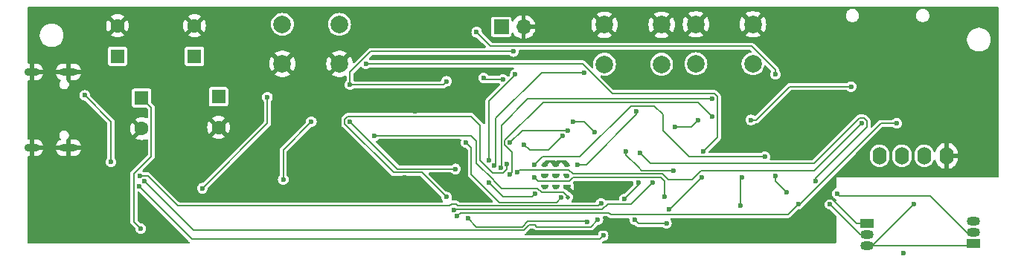
<source format=gbr>
%TF.GenerationSoftware,KiCad,Pcbnew,8.0.8*%
%TF.CreationDate,2025-01-24T10:54:44+05:30*%
%TF.ProjectId,heatPlate,68656174-506c-4617-9465-2e6b69636164,rev?*%
%TF.SameCoordinates,Original*%
%TF.FileFunction,Copper,L2,Bot*%
%TF.FilePolarity,Positive*%
%FSLAX46Y46*%
G04 Gerber Fmt 4.6, Leading zero omitted, Abs format (unit mm)*
G04 Created by KiCad (PCBNEW 8.0.8) date 2025-01-24 10:54:44*
%MOMM*%
%LPD*%
G01*
G04 APERTURE LIST*
%TA.AperFunction,ComponentPad*%
%ADD10O,2.000000X0.900000*%
%TD*%
%TA.AperFunction,ComponentPad*%
%ADD11O,1.700000X0.900000*%
%TD*%
%TA.AperFunction,ComponentPad*%
%ADD12C,2.000000*%
%TD*%
%TA.AperFunction,ComponentPad*%
%ADD13R,1.600000X1.600000*%
%TD*%
%TA.AperFunction,ComponentPad*%
%ADD14C,1.600000*%
%TD*%
%TA.AperFunction,ComponentPad*%
%ADD15R,1.700000X1.700000*%
%TD*%
%TA.AperFunction,ComponentPad*%
%ADD16O,1.700000X1.700000*%
%TD*%
%TA.AperFunction,ComponentPad*%
%ADD17C,0.600000*%
%TD*%
%TA.AperFunction,ComponentPad*%
%ADD18O,1.600000X2.000000*%
%TD*%
%TA.AperFunction,ComponentPad*%
%ADD19R,1.500000X1.050000*%
%TD*%
%TA.AperFunction,ComponentPad*%
%ADD20O,1.500000X1.050000*%
%TD*%
%TA.AperFunction,ViaPad*%
%ADD21C,0.600000*%
%TD*%
%TA.AperFunction,ViaPad*%
%ADD22C,0.500000*%
%TD*%
%TA.AperFunction,Conductor*%
%ADD23C,0.200000*%
%TD*%
G04 APERTURE END LIST*
D10*
%TO.P,J4,S1,SHIELD*%
%TO.N,GND*%
X67170000Y-53925000D03*
%TO.P,J4,S2,SHIELD*%
X67170000Y-62575000D03*
D11*
%TO.P,J4,S3,SHIELD*%
X63000000Y-53925000D03*
%TO.P,J4,S4,SHIELD*%
X63000000Y-62575000D03*
%TD*%
D12*
%TO.P,SW2,1,1*%
%TO.N,/GPIO6*%
X145050000Y-53000000D03*
X138550000Y-53000000D03*
%TO.P,SW2,2,2*%
%TO.N,GND*%
X145050000Y-48500000D03*
X138550000Y-48500000D03*
%TD*%
D13*
%TO.P,C11,1*%
%TO.N,VBUS*%
X84250000Y-56750000D03*
D14*
%TO.P,C11,2*%
%TO.N,GND*%
X84250000Y-60250000D03*
%TD*%
D15*
%TO.P,J1,1,Pin_1*%
%TO.N,/~{USB_BOOT}*%
X116400000Y-48800000D03*
D16*
%TO.P,J1,2,Pin_2*%
%TO.N,GND*%
X118940000Y-48800000D03*
%TD*%
D17*
%TO.P,U2,57,GND*%
%TO.N,GND*%
X121337500Y-64500000D03*
X121337500Y-65775000D03*
X121337500Y-67050000D03*
X122612500Y-64500000D03*
X122612500Y-65775000D03*
X122612500Y-67050000D03*
X123887500Y-64500000D03*
X123887500Y-65775000D03*
X123887500Y-67050000D03*
%TD*%
D13*
%TO.P,C13,1*%
%TO.N,VBUS*%
X75500000Y-56900000D03*
D14*
%TO.P,C13,2*%
%TO.N,GND*%
X75500000Y-60400000D03*
%TD*%
D12*
%TO.P,SW1,1,1*%
%TO.N,/GPIO7*%
X134650000Y-53050000D03*
X128150000Y-53050000D03*
%TO.P,SW1,2,2*%
%TO.N,GND*%
X134650000Y-48550000D03*
X128150000Y-48550000D03*
%TD*%
D13*
%TO.P,C14,1*%
%TO.N,VBUS*%
X81500000Y-52152651D03*
D14*
%TO.P,C14,2*%
%TO.N,GND*%
X81500000Y-48652651D03*
%TD*%
D18*
%TO.P,OLED1,1,GND*%
%TO.N,GND*%
X167080000Y-63500000D03*
%TO.P,OLED1,2,VCC*%
%TO.N,+3.3V*%
X164540000Y-63500000D03*
%TO.P,OLED1,3,SCL*%
%TO.N,/GPIO21*%
X162000000Y-63500000D03*
%TO.P,OLED1,4,SDA*%
%TO.N,/GPIO20*%
X159460000Y-63500000D03*
%TD*%
D12*
%TO.P,SW3,1,1*%
%TO.N,GND*%
X98000000Y-53000000D03*
X91500000Y-53000000D03*
%TO.P,SW3,2,2*%
%TO.N,Net-(R13-Pad2)*%
X98000000Y-48500000D03*
X91500000Y-48500000D03*
%TD*%
D19*
%TO.P,TEMP3,1,+VS*%
%TO.N,+3.3V*%
X170160000Y-73470000D03*
D20*
%TO.P,TEMP3,2,Vout*%
%TO.N,/GPIO26_ADC0*%
X170160000Y-72200000D03*
%TO.P,TEMP3,3,GND*%
%TO.N,GND*%
X170160000Y-70930000D03*
%TD*%
D13*
%TO.P,C16,1*%
%TO.N,VBUS*%
X72750000Y-52152651D03*
D14*
%TO.P,C16,2*%
%TO.N,GND*%
X72750000Y-48652651D03*
%TD*%
D19*
%TO.P,TEMP1,1,GND*%
%TO.N,GND*%
X158000000Y-71230000D03*
D20*
%TO.P,TEMP1,2,DQ*%
%TO.N,/GPIO5*%
X158000000Y-72500000D03*
%TO.P,TEMP1,3,VDD*%
%TO.N,+3.3V*%
X158000000Y-73770000D03*
%TD*%
D21*
%TO.N,GND*%
X86400000Y-66000000D03*
X105400000Y-66000000D03*
X104800000Y-63600000D03*
X112400000Y-63600000D03*
X130800000Y-55600000D03*
X138400000Y-55000000D03*
X108776265Y-50395633D03*
X73000000Y-71400000D03*
X101600000Y-64000000D03*
X162200000Y-74600000D03*
X72892892Y-64307108D03*
X148200000Y-59600000D03*
X152800000Y-70400000D03*
X106600000Y-58400000D03*
%TO.N,VBUS*%
X75400000Y-71800000D03*
%TO.N,+3V3*%
X132000000Y-66575000D03*
X89800000Y-56800000D03*
X130600000Y-63000000D03*
X136000000Y-65200000D03*
X99200000Y-55400000D03*
X110200000Y-55000000D03*
X117800000Y-51600000D03*
X130425000Y-68400000D03*
X135200000Y-71200000D03*
X131600000Y-70800000D03*
X82400000Y-67200000D03*
%TO.N,+1V1*%
X138800000Y-59400000D03*
X127000000Y-60800000D03*
X124600000Y-59600000D03*
X143800000Y-66000000D03*
X136200000Y-60200000D03*
X143600000Y-69200000D03*
%TO.N,/GPIO6*%
X116345261Y-64859697D03*
X140400000Y-57000000D03*
%TO.N,/cc1*%
X69000000Y-56600000D03*
X72000000Y-64200000D03*
%TO.N,Net-(LED1B-A2)*%
X133600000Y-66575000D03*
X111054369Y-69652370D03*
%TO.N,Net-(LED1A-A1)*%
X139200000Y-65975000D03*
X112600000Y-70600000D03*
X126200000Y-71000000D03*
X135500000Y-69600000D03*
%TO.N,Net-(Q1-B)*%
X94800000Y-59600000D03*
X91600000Y-66200000D03*
%TO.N,/QSPI_SS*%
X116600000Y-54800000D03*
X114400000Y-54600000D03*
%TO.N,Net-(U2-USB_DP)*%
X123412500Y-61200000D03*
X119000000Y-62200000D03*
%TO.N,Net-(U2-USB_DM)*%
X117400000Y-62000000D03*
X124000000Y-60600000D03*
%TO.N,+3.3V*%
X113600000Y-49400000D03*
X163365000Y-69025000D03*
X147600000Y-54200000D03*
%TO.N,/GPIO15*%
X120276513Y-67800001D03*
X114969208Y-66575000D03*
X111200000Y-65000000D03*
X99200000Y-59600000D03*
%TO.N,/GPIO17*%
X127400000Y-70800000D03*
X75800000Y-66400000D03*
%TO.N,/GPIO18*%
X75290907Y-65782888D03*
X127755559Y-68907029D03*
%TO.N,/GPIO16*%
X75200000Y-67000000D03*
X128000000Y-72600000D03*
%TO.N,/GPIO5*%
X135000000Y-68200000D03*
X153800000Y-69015000D03*
X120200000Y-66000000D03*
%TO.N,/GPIO4*%
X147600000Y-65800000D03*
X120200000Y-64500000D03*
X148889927Y-67689927D03*
X146400000Y-63600000D03*
%TO.N,/GPIO26_ADC0*%
X152175735Y-66375735D03*
X132200000Y-63200000D03*
X154600000Y-67800000D03*
%TO.N,/SWD*%
X102000000Y-61200000D03*
D22*
X124012500Y-68212500D03*
D21*
%TO.N,/GPIO3*%
X157400000Y-59800000D03*
X118200000Y-65375000D03*
%TO.N,/GPIO2*%
X140400000Y-59000000D03*
X156200000Y-55600000D03*
X117400000Y-65600000D03*
X144800000Y-59400000D03*
%TO.N,/SWCLK*%
X112400000Y-62000000D03*
X123256431Y-68275000D03*
%TO.N,/GPIO0*%
X118000000Y-54200000D03*
X115037675Y-63999999D03*
%TO.N,/RUN*%
X131800000Y-58400000D03*
X125112500Y-64500000D03*
%TO.N,/GPIO23*%
X139400000Y-63000000D03*
X101000000Y-53000000D03*
%TO.N,/GPIO1*%
X150200000Y-69000000D03*
X117000000Y-64400000D03*
X110200000Y-68200000D03*
X161400000Y-59800000D03*
X111400000Y-70400000D03*
%TO.N,/GPIO7*%
X115574749Y-64592920D03*
X125800000Y-54000000D03*
%TD*%
D23*
%TO.N,GND*%
X101600000Y-64000000D02*
X103600000Y-66000000D01*
X154048529Y-68415000D02*
X153551471Y-68415000D01*
X152800000Y-69166471D02*
X152800000Y-70400000D01*
X156863529Y-71230000D02*
X154048529Y-68415000D01*
X153551471Y-68415000D02*
X152800000Y-69166471D01*
X158000000Y-71230000D02*
X156863529Y-71230000D01*
X103600000Y-66000000D02*
X105400000Y-66000000D01*
X112400000Y-63600000D02*
X104800000Y-63600000D01*
%TO.N,VBUS*%
X74600000Y-65551471D02*
X74600000Y-71000000D01*
X76600000Y-58000000D02*
X76600000Y-63551471D01*
X74600000Y-71000000D02*
X75400000Y-71800000D01*
X75500000Y-56900000D02*
X76600000Y-58000000D01*
X76600000Y-63551471D02*
X74600000Y-65551471D01*
%TO.N,+3V3*%
X109800000Y-55400000D02*
X110200000Y-55000000D01*
X130600000Y-63400000D02*
X132000000Y-64800000D01*
X89800000Y-59800000D02*
X89800000Y-56800000D01*
X130600000Y-63000000D02*
X130600000Y-63400000D01*
X99200000Y-55400000D02*
X109800000Y-55400000D01*
X132000000Y-64800000D02*
X132375000Y-65175000D01*
X132000000Y-71200000D02*
X131600000Y-70800000D01*
X82400000Y-67200000D02*
X89800000Y-59800000D01*
X101551471Y-51600000D02*
X99200000Y-53951471D01*
X132000000Y-66825000D02*
X130425000Y-68400000D01*
X132375000Y-65175000D02*
X133800000Y-65175000D01*
X135200000Y-71200000D02*
X132000000Y-71200000D01*
X132000000Y-66575000D02*
X132000000Y-66825000D01*
X99200000Y-53951471D02*
X99200000Y-55400000D01*
X133800000Y-65175000D02*
X135975000Y-65175000D01*
X117800000Y-51600000D02*
X101551471Y-51600000D01*
X135975000Y-65175000D02*
X136000000Y-65200000D01*
%TO.N,+1V1*%
X125800000Y-59600000D02*
X127000000Y-60800000D01*
X143600000Y-69200000D02*
X143600000Y-66200000D01*
X138800000Y-59400000D02*
X138000000Y-60200000D01*
X124600000Y-59600000D02*
X125800000Y-59600000D01*
X143600000Y-66200000D02*
X143800000Y-66000000D01*
X138000000Y-60200000D02*
X136200000Y-60200000D01*
%TO.N,/GPIO6*%
X116345261Y-64859697D02*
X116345261Y-64806209D01*
X119400000Y-57000000D02*
X140400000Y-57000000D01*
X116400000Y-64751470D02*
X116400000Y-60000000D01*
X116400000Y-60000000D02*
X119400000Y-57000000D01*
X116345261Y-64806209D02*
X116400000Y-64751470D01*
%TO.N,/cc1*%
X69000000Y-56600000D02*
X72000000Y-59600000D01*
X72000000Y-59600000D02*
X72000000Y-64200000D01*
%TO.N,Net-(LED1B-A2)*%
X111054369Y-69652370D02*
X111106739Y-69600000D01*
X131175000Y-69000000D02*
X133600000Y-66575000D01*
X128511117Y-69000000D02*
X131175000Y-69000000D01*
X127911117Y-69600000D02*
X128511117Y-69000000D01*
X111106739Y-69600000D02*
X127911117Y-69600000D01*
%TO.N,Net-(LED1A-A1)*%
X139200000Y-66000000D02*
X139200000Y-65975000D01*
X113600000Y-71600000D02*
X118785785Y-71600000D01*
X112600000Y-70600000D02*
X113600000Y-71600000D01*
X118785785Y-71600000D02*
X119392559Y-70993226D01*
X119392559Y-70993226D02*
X126193226Y-70993226D01*
X126193226Y-70993226D02*
X126200000Y-71000000D01*
X135600000Y-69600000D02*
X139200000Y-66000000D01*
X135500000Y-69600000D02*
X135600000Y-69600000D01*
%TO.N,Net-(Q1-B)*%
X91600000Y-66200000D02*
X91600000Y-62800000D01*
X91600000Y-62800000D02*
X94800000Y-59600000D01*
%TO.N,/QSPI_SS*%
X114600000Y-54800000D02*
X114400000Y-54600000D01*
X116600000Y-54800000D02*
X114600000Y-54800000D01*
%TO.N,Net-(U2-USB_DP)*%
X121788235Y-62824265D02*
X123412500Y-61200000D01*
X119624265Y-62824265D02*
X121788235Y-62824265D01*
X119000000Y-62200000D02*
X119624265Y-62824265D01*
%TO.N,Net-(U2-USB_DM)*%
X117400000Y-62000000D02*
X118800000Y-60600000D01*
X118800000Y-60600000D02*
X124000000Y-60600000D01*
%TO.N,+3.3V*%
X158000000Y-73770000D02*
X158620000Y-73770000D01*
X115200000Y-51000000D02*
X144888478Y-51000000D01*
X147600000Y-53711522D02*
X147600000Y-54200000D01*
X144888478Y-51000000D02*
X147600000Y-53711522D01*
X113600000Y-49400000D02*
X115200000Y-51000000D01*
X158620000Y-73770000D02*
X163365000Y-69025000D01*
X169860000Y-73770000D02*
X158000000Y-73770000D01*
%TO.N,/GPIO15*%
X111200000Y-65000000D02*
X104600000Y-65000000D01*
X116594208Y-68200000D02*
X114969208Y-66575000D01*
X119876514Y-68200000D02*
X116594208Y-68200000D01*
X104600000Y-65000000D02*
X99200000Y-59600000D01*
X120276513Y-67800001D02*
X119876514Y-68200000D01*
%TO.N,/GPIO17*%
X127400000Y-70800000D02*
X126600000Y-71600000D01*
X118951471Y-72000000D02*
X81400000Y-72000000D01*
X81400000Y-72000000D02*
X75800000Y-66400000D01*
X126600000Y-71600000D02*
X120457857Y-71600000D01*
X119558245Y-71393226D02*
X118951471Y-72000000D01*
X120457857Y-71600000D02*
X120251083Y-71393226D01*
X120251083Y-71393226D02*
X119558245Y-71393226D01*
%TO.N,/GPIO18*%
X110751471Y-69000000D02*
X111248529Y-69000000D01*
X111248529Y-69000000D02*
X111448529Y-69200000D01*
X79600000Y-69200000D02*
X110551471Y-69200000D01*
X127462588Y-69200000D02*
X127755559Y-68907029D01*
X75290907Y-65782888D02*
X76182888Y-65782888D01*
X76182888Y-65782888D02*
X79600000Y-69200000D01*
X111448529Y-69200000D02*
X127462588Y-69200000D01*
X110551471Y-69200000D02*
X110751471Y-69000000D01*
%TO.N,/GPIO16*%
X127600000Y-73000000D02*
X81200000Y-73000000D01*
X81200000Y-73000000D02*
X75200000Y-67000000D01*
X128000000Y-72600000D02*
X127600000Y-73000000D01*
%TO.N,/GPIO5*%
X134575000Y-65975000D02*
X124536029Y-65975000D01*
X157285000Y-72500000D02*
X153800000Y-69015000D01*
X135000000Y-68200000D02*
X135000000Y-66400000D01*
X124136029Y-66375000D02*
X120575000Y-66375000D01*
X124536029Y-65975000D02*
X124136029Y-66375000D01*
X135000000Y-66400000D02*
X134575000Y-65975000D01*
X158000000Y-72500000D02*
X157285000Y-72500000D01*
X120575000Y-66375000D02*
X120200000Y-66000000D01*
%TO.N,/GPIO4*%
X133800000Y-57800000D02*
X134800000Y-58800000D01*
X120200000Y-64500000D02*
X121100000Y-63600000D01*
X147600000Y-66400000D02*
X147600000Y-65800000D01*
X125351471Y-63600000D02*
X131151471Y-57800000D01*
X137800000Y-63600000D02*
X146400000Y-63600000D01*
X134800000Y-58800000D02*
X134800000Y-60600000D01*
X134800000Y-60600000D02*
X137800000Y-63600000D01*
X121100000Y-63600000D02*
X125351471Y-63600000D01*
X131151471Y-57800000D02*
X133800000Y-57800000D01*
X148889927Y-67689927D02*
X147600000Y-66400000D01*
%TO.N,/GPIO26_ADC0*%
X158000000Y-59551471D02*
X158000000Y-60200000D01*
X152175735Y-66024265D02*
X152175735Y-66375735D01*
X158000000Y-60200000D02*
X152175735Y-66024265D01*
X151975736Y-64375735D02*
X157151471Y-59200000D01*
X157151471Y-59200000D02*
X157648529Y-59200000D01*
X133375735Y-64375735D02*
X151975736Y-64375735D01*
X169860000Y-72500000D02*
X169635000Y-72500000D01*
X132200000Y-63200000D02*
X133375735Y-64375735D01*
X157648529Y-59200000D02*
X158000000Y-59551471D01*
X169635000Y-72500000D02*
X165235000Y-68100000D01*
X165235000Y-68100000D02*
X154900000Y-68100000D01*
X154900000Y-68100000D02*
X154600000Y-67800000D01*
%TO.N,/SWD*%
X113600000Y-61800000D02*
X113000000Y-61200000D01*
X113600000Y-64357263D02*
X113600000Y-61800000D01*
X124012500Y-68182540D02*
X123479960Y-67650000D01*
X113000000Y-61200000D02*
X102000000Y-61200000D01*
X124012500Y-68212500D02*
X124012500Y-68182540D01*
X123479960Y-67650000D02*
X120975000Y-67650000D01*
X115569208Y-66326471D02*
X113600000Y-64357263D01*
X120525001Y-67200001D02*
X116400001Y-67200001D01*
X116400001Y-67200001D02*
X115569208Y-66369208D01*
X115569208Y-66369208D02*
X115569208Y-66326471D01*
X120975000Y-67650000D02*
X120525001Y-67200001D01*
%TO.N,/GPIO3*%
X138126471Y-66200000D02*
X139126471Y-65200000D01*
X118200000Y-65375000D02*
X118475000Y-65100000D01*
X152000000Y-65200000D02*
X157400000Y-59800000D01*
X124061029Y-65100000D02*
X124536029Y-65575000D01*
X139126471Y-65200000D02*
X152000000Y-65200000D01*
X124536029Y-65575000D02*
X134740685Y-65575000D01*
X134740685Y-65575000D02*
X135365685Y-66200000D01*
X135365685Y-66200000D02*
X138126471Y-66200000D01*
X118475000Y-65100000D02*
X124061029Y-65100000D01*
%TO.N,/GPIO2*%
X117600000Y-63048529D02*
X116800000Y-62248529D01*
X138800000Y-57400000D02*
X140400000Y-59000000D01*
X117600000Y-65400000D02*
X117600000Y-63048529D01*
X145400000Y-59400000D02*
X149200000Y-55600000D01*
X116800000Y-61751471D02*
X121151471Y-57400000D01*
X144800000Y-59400000D02*
X145400000Y-59400000D01*
X149200000Y-55600000D02*
X156200000Y-55600000D01*
X116800000Y-62248529D02*
X116800000Y-61751471D01*
X117400000Y-65600000D02*
X117600000Y-65400000D01*
X121151471Y-57400000D02*
X138800000Y-57400000D01*
%TO.N,/SWCLK*%
X113000000Y-65600000D02*
X113000000Y-62600000D01*
X113000000Y-62600000D02*
X112400000Y-62000000D01*
X123256431Y-68275000D02*
X122731431Y-68800000D01*
X122731431Y-68800000D02*
X116200000Y-68800000D01*
X116200000Y-68800000D02*
X113000000Y-65600000D01*
%TO.N,/GPIO0*%
X115000000Y-63962324D02*
X115000000Y-57248529D01*
X115037675Y-63999999D02*
X115000000Y-63962324D01*
X115000000Y-57248529D02*
X118000000Y-54248529D01*
X118000000Y-54248529D02*
X118000000Y-54200000D01*
%TO.N,/RUN*%
X131800000Y-58400000D02*
X131800000Y-58800000D01*
X126100000Y-64500000D02*
X125112500Y-64500000D01*
X131800000Y-58800000D02*
X126100000Y-64500000D01*
%TO.N,/GPIO23*%
X141000000Y-61400000D02*
X141000000Y-56751471D01*
X125648529Y-53000000D02*
X101000000Y-53000000D01*
X141000000Y-56751471D02*
X140648529Y-56400000D01*
X140648529Y-56400000D02*
X129048529Y-56400000D01*
X129048529Y-56400000D02*
X125648529Y-53000000D01*
X139400000Y-63000000D02*
X141000000Y-61400000D01*
%TO.N,/GPIO1*%
X114000000Y-60000000D02*
X113000000Y-59000000D01*
X104151471Y-65400000D02*
X107400000Y-65400000D01*
X98600000Y-59848529D02*
X104151471Y-65400000D01*
X161400000Y-59800000D02*
X159600000Y-59800000D01*
X113000000Y-59000000D02*
X98951471Y-59000000D01*
X116593790Y-65459697D02*
X115411168Y-65459697D01*
X149000000Y-70200000D02*
X128848529Y-70200000D01*
X128648529Y-70000000D02*
X111800000Y-70000000D01*
X114000000Y-64048529D02*
X114000000Y-60000000D01*
X107400000Y-65400000D02*
X110200000Y-68200000D01*
X128848529Y-70200000D02*
X128648529Y-70000000D01*
X150400000Y-69000000D02*
X150200000Y-69000000D01*
X115411168Y-65459697D02*
X114000000Y-64048529D01*
X117000000Y-65053487D02*
X116593790Y-65459697D01*
X159600000Y-59800000D02*
X150400000Y-69000000D01*
X150200000Y-69000000D02*
X149000000Y-70200000D01*
X98600000Y-59351471D02*
X98600000Y-59848529D01*
X111800000Y-70000000D02*
X111400000Y-70400000D01*
X98951471Y-59000000D02*
X98600000Y-59351471D01*
X117000000Y-64400000D02*
X117000000Y-65053487D01*
%TO.N,/GPIO7*%
X121000000Y-54000000D02*
X125800000Y-54000000D01*
X115800000Y-59200000D02*
X121000000Y-54000000D01*
X115574749Y-64592920D02*
X115800000Y-64367669D01*
X115800000Y-64367669D02*
X115800000Y-59200000D01*
%TD*%
%TA.AperFunction,Conductor*%
%TO.N,GND*%
G36*
X172943039Y-46520185D02*
G01*
X172988794Y-46572989D01*
X173000000Y-46624500D01*
X173000000Y-65876000D01*
X172980315Y-65943039D01*
X172927511Y-65988794D01*
X172876000Y-66000000D01*
X154500000Y-66000000D01*
X154500000Y-67108590D01*
X154480315Y-67175629D01*
X154427511Y-67221384D01*
X154423453Y-67223151D01*
X154297160Y-67275463D01*
X154171718Y-67371718D01*
X154075463Y-67497160D01*
X154014956Y-67643237D01*
X154014955Y-67643239D01*
X153994318Y-67799998D01*
X153994318Y-67800001D01*
X154014955Y-67956760D01*
X154014956Y-67956762D01*
X154050775Y-68043238D01*
X154075464Y-68102841D01*
X154171718Y-68228282D01*
X154297159Y-68324536D01*
X154423452Y-68376848D01*
X154477856Y-68420689D01*
X154499921Y-68486983D01*
X154500000Y-68491409D01*
X154500000Y-68575535D01*
X154480315Y-68642574D01*
X154427511Y-68688329D01*
X154358353Y-68698273D01*
X154294797Y-68669248D01*
X154277625Y-68651022D01*
X154228284Y-68586720D01*
X154228282Y-68586719D01*
X154228282Y-68586718D01*
X154102841Y-68490464D01*
X154102015Y-68490122D01*
X153956762Y-68429956D01*
X153956760Y-68429955D01*
X153800001Y-68409318D01*
X153799999Y-68409318D01*
X153643239Y-68429955D01*
X153643237Y-68429956D01*
X153497160Y-68490463D01*
X153371718Y-68586718D01*
X153275463Y-68712160D01*
X153214956Y-68858237D01*
X153214955Y-68858239D01*
X153194318Y-69014998D01*
X153194318Y-69015001D01*
X153214955Y-69171760D01*
X153214956Y-69171762D01*
X153266897Y-69297160D01*
X153275464Y-69317841D01*
X153371718Y-69443282D01*
X153497159Y-69539536D01*
X153643238Y-69600044D01*
X153800000Y-69620682D01*
X153800001Y-69620681D01*
X153803513Y-69621144D01*
X153867410Y-69649410D01*
X153875009Y-69656402D01*
X154463681Y-70245074D01*
X154497166Y-70306397D01*
X154500000Y-70332755D01*
X154500000Y-73376000D01*
X154480315Y-73443039D01*
X154427511Y-73488794D01*
X154376000Y-73500000D01*
X127965756Y-73500000D01*
X127898717Y-73480315D01*
X127852962Y-73427511D01*
X127843018Y-73358353D01*
X127872043Y-73294797D01*
X127878073Y-73288321D01*
X127924988Y-73241404D01*
X127986310Y-73207917D01*
X127996486Y-73206144D01*
X127999997Y-73205681D01*
X128000000Y-73205682D01*
X128156762Y-73185044D01*
X128302841Y-73124536D01*
X128428282Y-73028282D01*
X128524536Y-72902841D01*
X128585044Y-72756762D01*
X128605682Y-72600000D01*
X128585044Y-72443238D01*
X128524536Y-72297159D01*
X128428282Y-72171718D01*
X128302841Y-72075464D01*
X128156762Y-72014956D01*
X128156760Y-72014955D01*
X128000001Y-71994318D01*
X127999999Y-71994318D01*
X127843239Y-72014955D01*
X127843237Y-72014956D01*
X127697160Y-72075463D01*
X127571718Y-72171718D01*
X127475463Y-72297160D01*
X127414956Y-72443237D01*
X127414955Y-72443239D01*
X127408578Y-72491685D01*
X127380312Y-72555582D01*
X127321987Y-72594053D01*
X127285639Y-72599500D01*
X119176883Y-72599500D01*
X119109844Y-72579815D01*
X119064089Y-72527011D01*
X119054145Y-72457853D01*
X119083170Y-72394297D01*
X119114882Y-72368113D01*
X119115321Y-72367859D01*
X119197384Y-72320480D01*
X119687819Y-71830045D01*
X119749142Y-71796560D01*
X119775500Y-71793726D01*
X120033828Y-71793726D01*
X120100867Y-71813411D01*
X120121512Y-71830048D01*
X120137371Y-71845908D01*
X120137375Y-71845911D01*
X120137377Y-71845913D01*
X120211944Y-71920480D01*
X120279028Y-71959211D01*
X120303270Y-71973207D01*
X120405130Y-72000501D01*
X120405132Y-72000501D01*
X120518180Y-72000501D01*
X120518196Y-72000500D01*
X126652725Y-72000500D01*
X126652727Y-72000500D01*
X126754588Y-71973207D01*
X126845913Y-71920480D01*
X127324991Y-71441400D01*
X127386312Y-71407917D01*
X127396485Y-71406144D01*
X127399997Y-71405681D01*
X127400000Y-71405682D01*
X127556762Y-71385044D01*
X127702841Y-71324536D01*
X127828282Y-71228282D01*
X127924536Y-71102841D01*
X127985044Y-70956762D01*
X128005682Y-70800000D01*
X128003410Y-70782745D01*
X127985044Y-70643239D01*
X127985042Y-70643234D01*
X127955517Y-70571952D01*
X127948048Y-70502483D01*
X127979324Y-70440004D01*
X128039413Y-70404352D01*
X128070078Y-70400500D01*
X128431275Y-70400500D01*
X128498314Y-70420185D01*
X128518956Y-70436819D01*
X128520978Y-70438841D01*
X128520981Y-70438845D01*
X128528049Y-70445913D01*
X128602616Y-70520480D01*
X128602617Y-70520481D01*
X128602619Y-70520482D01*
X128691363Y-70571718D01*
X128691368Y-70571721D01*
X128693940Y-70573206D01*
X128693941Y-70573206D01*
X128693942Y-70573207D01*
X128795802Y-70600501D01*
X128795804Y-70600501D01*
X128908852Y-70600501D01*
X128908868Y-70600500D01*
X130879188Y-70600500D01*
X130946227Y-70620185D01*
X130991982Y-70672989D01*
X131002126Y-70740685D01*
X130996590Y-70782745D01*
X130994318Y-70800000D01*
X130994318Y-70800001D01*
X131014955Y-70956760D01*
X131014956Y-70956762D01*
X131050775Y-71043238D01*
X131075464Y-71102841D01*
X131171718Y-71228282D01*
X131297159Y-71324536D01*
X131443238Y-71385044D01*
X131600000Y-71405682D01*
X131600001Y-71405681D01*
X131603513Y-71406144D01*
X131667410Y-71434410D01*
X131675009Y-71441402D01*
X131679519Y-71445912D01*
X131679520Y-71445913D01*
X131754087Y-71520480D01*
X131845413Y-71573207D01*
X131947273Y-71600500D01*
X134693420Y-71600500D01*
X134760459Y-71620185D01*
X134768907Y-71626124D01*
X134771716Y-71628279D01*
X134771718Y-71628282D01*
X134897159Y-71724536D01*
X135043238Y-71785044D01*
X135109185Y-71793726D01*
X135199999Y-71805682D01*
X135200000Y-71805682D01*
X135200001Y-71805682D01*
X135269289Y-71796560D01*
X135356762Y-71785044D01*
X135502841Y-71724536D01*
X135628282Y-71628282D01*
X135724536Y-71502841D01*
X135785044Y-71356762D01*
X135805682Y-71200000D01*
X135799703Y-71154588D01*
X135785044Y-71043239D01*
X135785044Y-71043238D01*
X135724536Y-70897159D01*
X135724535Y-70897158D01*
X135724535Y-70897157D01*
X135649973Y-70799986D01*
X135624779Y-70734817D01*
X135638817Y-70666372D01*
X135687631Y-70616383D01*
X135748349Y-70600500D01*
X149052725Y-70600500D01*
X149052727Y-70600500D01*
X149154588Y-70573207D01*
X149245913Y-70520480D01*
X150124991Y-69641400D01*
X150186312Y-69607917D01*
X150196485Y-69606144D01*
X150199997Y-69605681D01*
X150200000Y-69605682D01*
X150356762Y-69585044D01*
X150502841Y-69524536D01*
X150628282Y-69428282D01*
X150724536Y-69302841D01*
X150758220Y-69221517D01*
X150785096Y-69181295D01*
X156753003Y-63213389D01*
X158359500Y-63213389D01*
X158359500Y-63786611D01*
X158363989Y-63814956D01*
X158385934Y-63953512D01*
X158386598Y-63957701D01*
X158440127Y-64122445D01*
X158518768Y-64276788D01*
X158620586Y-64416928D01*
X158743072Y-64539414D01*
X158883212Y-64641232D01*
X159037555Y-64719873D01*
X159202299Y-64773402D01*
X159373389Y-64800500D01*
X159373390Y-64800500D01*
X159546610Y-64800500D01*
X159546611Y-64800500D01*
X159717701Y-64773402D01*
X159882445Y-64719873D01*
X160036788Y-64641232D01*
X160176928Y-64539414D01*
X160299414Y-64416928D01*
X160401232Y-64276788D01*
X160479873Y-64122445D01*
X160533402Y-63957701D01*
X160560500Y-63786611D01*
X160560500Y-63213389D01*
X160899500Y-63213389D01*
X160899500Y-63786611D01*
X160903989Y-63814956D01*
X160925934Y-63953512D01*
X160926598Y-63957701D01*
X160980127Y-64122445D01*
X161058768Y-64276788D01*
X161160586Y-64416928D01*
X161283072Y-64539414D01*
X161423212Y-64641232D01*
X161577555Y-64719873D01*
X161742299Y-64773402D01*
X161913389Y-64800500D01*
X161913390Y-64800500D01*
X162086610Y-64800500D01*
X162086611Y-64800500D01*
X162257701Y-64773402D01*
X162422445Y-64719873D01*
X162576788Y-64641232D01*
X162716928Y-64539414D01*
X162839414Y-64416928D01*
X162941232Y-64276788D01*
X163019873Y-64122445D01*
X163073402Y-63957701D01*
X163100500Y-63786611D01*
X163100500Y-63213389D01*
X163439500Y-63213389D01*
X163439500Y-63786611D01*
X163443989Y-63814956D01*
X163465934Y-63953512D01*
X163466598Y-63957701D01*
X163520127Y-64122445D01*
X163598768Y-64276788D01*
X163700586Y-64416928D01*
X163823072Y-64539414D01*
X163963212Y-64641232D01*
X164117555Y-64719873D01*
X164282299Y-64773402D01*
X164453389Y-64800500D01*
X164453390Y-64800500D01*
X164626610Y-64800500D01*
X164626611Y-64800500D01*
X164797701Y-64773402D01*
X164962445Y-64719873D01*
X165116788Y-64641232D01*
X165256928Y-64539414D01*
X165379414Y-64416928D01*
X165481232Y-64276788D01*
X165559873Y-64122445D01*
X165587186Y-64038384D01*
X165626622Y-63980711D01*
X165690981Y-63953512D01*
X165759827Y-63965427D01*
X165811303Y-64012671D01*
X165823047Y-64038385D01*
X165875244Y-64199031D01*
X165968140Y-64381349D01*
X166088417Y-64546894D01*
X166088417Y-64546895D01*
X166233104Y-64691582D01*
X166398650Y-64811859D01*
X166580968Y-64904754D01*
X166775578Y-64967988D01*
X166830000Y-64976607D01*
X166830000Y-63933012D01*
X166887007Y-63965925D01*
X167014174Y-64000000D01*
X167145826Y-64000000D01*
X167272993Y-63965925D01*
X167330000Y-63933012D01*
X167330000Y-64976606D01*
X167384421Y-64967988D01*
X167579031Y-64904754D01*
X167761349Y-64811859D01*
X167926894Y-64691582D01*
X167926895Y-64691582D01*
X168071582Y-64546895D01*
X168071582Y-64546894D01*
X168191859Y-64381349D01*
X168284755Y-64199031D01*
X168347990Y-64004417D01*
X168380000Y-63802317D01*
X168380000Y-63750000D01*
X167513012Y-63750000D01*
X167545925Y-63692993D01*
X167580000Y-63565826D01*
X167580000Y-63434174D01*
X167545925Y-63307007D01*
X167513012Y-63250000D01*
X168380000Y-63250000D01*
X168380000Y-63197682D01*
X168347990Y-62995582D01*
X168284755Y-62800968D01*
X168191859Y-62618650D01*
X168071582Y-62453105D01*
X168071582Y-62453104D01*
X167926895Y-62308417D01*
X167761349Y-62188140D01*
X167579029Y-62095244D01*
X167384413Y-62032009D01*
X167330000Y-62023390D01*
X167330000Y-63066988D01*
X167272993Y-63034075D01*
X167145826Y-63000000D01*
X167014174Y-63000000D01*
X166887007Y-63034075D01*
X166830000Y-63066988D01*
X166830000Y-62023390D01*
X166775586Y-62032009D01*
X166580970Y-62095244D01*
X166398650Y-62188140D01*
X166233105Y-62308417D01*
X166233104Y-62308417D01*
X166088417Y-62453104D01*
X166088417Y-62453105D01*
X165968140Y-62618650D01*
X165875244Y-62800968D01*
X165823047Y-62961614D01*
X165783609Y-63019289D01*
X165719250Y-63046487D01*
X165650404Y-63034572D01*
X165598928Y-62987328D01*
X165587186Y-62961615D01*
X165559873Y-62877555D01*
X165481232Y-62723212D01*
X165379414Y-62583072D01*
X165256928Y-62460586D01*
X165116788Y-62358768D01*
X164962445Y-62280127D01*
X164797701Y-62226598D01*
X164797699Y-62226597D01*
X164797698Y-62226597D01*
X164651948Y-62203513D01*
X164626611Y-62199500D01*
X164453389Y-62199500D01*
X164428052Y-62203513D01*
X164282302Y-62226597D01*
X164257308Y-62234718D01*
X164133307Y-62275009D01*
X164117552Y-62280128D01*
X163963211Y-62358768D01*
X163885877Y-62414955D01*
X163823072Y-62460586D01*
X163823070Y-62460588D01*
X163823069Y-62460588D01*
X163700588Y-62583069D01*
X163700588Y-62583070D01*
X163700586Y-62583072D01*
X163687480Y-62601111D01*
X163598768Y-62723211D01*
X163520128Y-62877552D01*
X163466597Y-63042302D01*
X163444695Y-63180589D01*
X163439500Y-63213389D01*
X163100500Y-63213389D01*
X163073402Y-63042299D01*
X163019873Y-62877555D01*
X162941232Y-62723212D01*
X162839414Y-62583072D01*
X162716928Y-62460586D01*
X162576788Y-62358768D01*
X162422445Y-62280127D01*
X162257701Y-62226598D01*
X162257699Y-62226597D01*
X162257698Y-62226597D01*
X162111948Y-62203513D01*
X162086611Y-62199500D01*
X161913389Y-62199500D01*
X161888052Y-62203513D01*
X161742302Y-62226597D01*
X161717308Y-62234718D01*
X161593307Y-62275009D01*
X161577552Y-62280128D01*
X161423211Y-62358768D01*
X161345877Y-62414955D01*
X161283072Y-62460586D01*
X161283070Y-62460588D01*
X161283069Y-62460588D01*
X161160588Y-62583069D01*
X161160588Y-62583070D01*
X161160586Y-62583072D01*
X161147480Y-62601111D01*
X161058768Y-62723211D01*
X160980128Y-62877552D01*
X160926597Y-63042302D01*
X160904695Y-63180589D01*
X160899500Y-63213389D01*
X160560500Y-63213389D01*
X160533402Y-63042299D01*
X160479873Y-62877555D01*
X160401232Y-62723212D01*
X160299414Y-62583072D01*
X160176928Y-62460586D01*
X160036788Y-62358768D01*
X159882445Y-62280127D01*
X159717701Y-62226598D01*
X159717699Y-62226597D01*
X159717698Y-62226597D01*
X159571948Y-62203513D01*
X159546611Y-62199500D01*
X159373389Y-62199500D01*
X159348052Y-62203513D01*
X159202302Y-62226597D01*
X159177308Y-62234718D01*
X159053307Y-62275009D01*
X159037552Y-62280128D01*
X158883211Y-62358768D01*
X158805877Y-62414955D01*
X158743072Y-62460586D01*
X158743070Y-62460588D01*
X158743069Y-62460588D01*
X158620588Y-62583069D01*
X158620588Y-62583070D01*
X158620586Y-62583072D01*
X158607480Y-62601111D01*
X158518768Y-62723211D01*
X158440128Y-62877552D01*
X158386597Y-63042302D01*
X158364695Y-63180589D01*
X158359500Y-63213389D01*
X156753003Y-63213389D01*
X159729573Y-60236819D01*
X159790896Y-60203334D01*
X159817254Y-60200500D01*
X160893420Y-60200500D01*
X160960459Y-60220185D01*
X160968907Y-60226124D01*
X160971716Y-60228279D01*
X160971718Y-60228282D01*
X161097159Y-60324536D01*
X161243238Y-60385044D01*
X161321619Y-60395363D01*
X161399999Y-60405682D01*
X161400000Y-60405682D01*
X161400001Y-60405682D01*
X161452254Y-60398802D01*
X161556762Y-60385044D01*
X161702841Y-60324536D01*
X161828282Y-60228282D01*
X161924536Y-60102841D01*
X161985044Y-59956762D01*
X162002243Y-59826124D01*
X162005682Y-59800001D01*
X162005682Y-59799998D01*
X161985044Y-59643239D01*
X161985044Y-59643238D01*
X161924536Y-59497159D01*
X161828282Y-59371718D01*
X161702841Y-59275464D01*
X161702836Y-59275462D01*
X161556762Y-59214956D01*
X161556760Y-59214955D01*
X161400001Y-59194318D01*
X161399999Y-59194318D01*
X161243239Y-59214955D01*
X161243237Y-59214956D01*
X161097160Y-59275463D01*
X161091873Y-59279520D01*
X160971718Y-59371718D01*
X160971716Y-59371720D01*
X160968907Y-59373876D01*
X160903737Y-59399070D01*
X160893420Y-59399500D01*
X159547273Y-59399500D01*
X159445410Y-59426793D01*
X159416929Y-59443238D01*
X159354087Y-59479520D01*
X159354084Y-59479522D01*
X158612181Y-60221426D01*
X158550858Y-60254911D01*
X158481166Y-60249927D01*
X158425233Y-60208055D01*
X158400816Y-60142591D01*
X158400500Y-60133745D01*
X158400500Y-59498746D01*
X158400499Y-59498741D01*
X158400075Y-59497160D01*
X158397846Y-59488842D01*
X158394224Y-59475321D01*
X158394224Y-59475322D01*
X158373207Y-59396883D01*
X158320480Y-59305558D01*
X157894442Y-58879520D01*
X157842618Y-58849599D01*
X157803118Y-58826793D01*
X157733184Y-58808055D01*
X157701256Y-58799500D01*
X157701255Y-58799500D01*
X157211810Y-58799500D01*
X157211794Y-58799499D01*
X157204198Y-58799499D01*
X157098744Y-58799499D01*
X157041063Y-58814955D01*
X156996883Y-58826793D01*
X156948182Y-58854911D01*
X156912584Y-58875464D01*
X156905555Y-58879522D01*
X151846162Y-63938916D01*
X151784839Y-63972401D01*
X151758481Y-63975235D01*
X147080129Y-63975235D01*
X147013090Y-63955550D01*
X146967335Y-63902746D01*
X146957391Y-63833588D01*
X146965567Y-63803783D01*
X146966174Y-63802317D01*
X146985044Y-63756762D01*
X147005129Y-63604198D01*
X147005682Y-63600001D01*
X147005682Y-63599998D01*
X146985044Y-63443239D01*
X146985044Y-63443238D01*
X146924536Y-63297159D01*
X146828282Y-63171718D01*
X146702841Y-63075464D01*
X146663856Y-63059316D01*
X146556762Y-63014956D01*
X146556760Y-63014955D01*
X146400001Y-62994318D01*
X146399999Y-62994318D01*
X146243239Y-63014955D01*
X146243237Y-63014956D01*
X146097160Y-63075463D01*
X146097159Y-63075464D01*
X145971718Y-63171718D01*
X145971716Y-63171720D01*
X145968907Y-63173876D01*
X145903737Y-63199070D01*
X145893420Y-63199500D01*
X140120812Y-63199500D01*
X140053773Y-63179815D01*
X140008018Y-63127011D01*
X139997873Y-63059316D01*
X139999562Y-63046487D01*
X140005682Y-63000000D01*
X140005681Y-62999997D01*
X140006144Y-62996486D01*
X140034409Y-62932589D01*
X140041390Y-62925001D01*
X141235703Y-61730687D01*
X141235708Y-61730684D01*
X141245911Y-61720480D01*
X141245913Y-61720480D01*
X141320480Y-61645913D01*
X141373207Y-61554587D01*
X141379760Y-61530132D01*
X141382347Y-61520479D01*
X141395850Y-61470085D01*
X141400501Y-61452727D01*
X141400501Y-61347273D01*
X141400501Y-61339678D01*
X141400500Y-61339660D01*
X141400500Y-59399998D01*
X144194318Y-59399998D01*
X144194318Y-59400001D01*
X144214955Y-59556760D01*
X144214956Y-59556762D01*
X144263935Y-59675009D01*
X144275464Y-59702841D01*
X144371718Y-59828282D01*
X144497159Y-59924536D01*
X144643238Y-59985044D01*
X144713522Y-59994297D01*
X144799999Y-60005682D01*
X144800000Y-60005682D01*
X144800001Y-60005682D01*
X144854796Y-59998468D01*
X144956762Y-59985044D01*
X145102841Y-59924536D01*
X145228282Y-59828282D01*
X145228283Y-59828279D01*
X145231093Y-59826124D01*
X145296263Y-59800930D01*
X145306580Y-59800500D01*
X145452725Y-59800500D01*
X145452727Y-59800500D01*
X145554588Y-59773207D01*
X145645913Y-59720480D01*
X149329573Y-56036818D01*
X149390896Y-56003334D01*
X149417254Y-56000500D01*
X155693420Y-56000500D01*
X155760459Y-56020185D01*
X155768907Y-56026124D01*
X155771716Y-56028279D01*
X155771718Y-56028282D01*
X155897159Y-56124536D01*
X156043238Y-56185044D01*
X156113681Y-56194318D01*
X156199999Y-56205682D01*
X156200000Y-56205682D01*
X156200001Y-56205682D01*
X156252254Y-56198802D01*
X156356762Y-56185044D01*
X156502841Y-56124536D01*
X156628282Y-56028282D01*
X156724536Y-55902841D01*
X156785044Y-55756762D01*
X156805682Y-55600000D01*
X156799989Y-55556760D01*
X156785044Y-55443239D01*
X156785044Y-55443238D01*
X156724536Y-55297159D01*
X156628282Y-55171718D01*
X156502841Y-55075464D01*
X156373731Y-55021985D01*
X156356762Y-55014956D01*
X156356760Y-55014955D01*
X156200001Y-54994318D01*
X156199999Y-54994318D01*
X156043239Y-55014955D01*
X156043237Y-55014956D01*
X155897160Y-55075463D01*
X155897159Y-55075464D01*
X155771718Y-55171718D01*
X155771716Y-55171720D01*
X155768907Y-55173876D01*
X155703737Y-55199070D01*
X155693420Y-55199500D01*
X149260339Y-55199500D01*
X149260323Y-55199499D01*
X149252727Y-55199499D01*
X149147273Y-55199499D01*
X149079366Y-55217695D01*
X149045412Y-55226793D01*
X148954084Y-55279522D01*
X148879518Y-55354089D01*
X145324191Y-58909414D01*
X145262868Y-58942899D01*
X145193176Y-58937915D01*
X145161024Y-58920109D01*
X145102842Y-58875464D01*
X144956762Y-58814956D01*
X144956760Y-58814955D01*
X144800001Y-58794318D01*
X144799999Y-58794318D01*
X144643239Y-58814955D01*
X144643237Y-58814956D01*
X144497160Y-58875463D01*
X144371718Y-58971718D01*
X144275463Y-59097160D01*
X144214956Y-59243237D01*
X144214955Y-59243239D01*
X144194318Y-59399998D01*
X141400500Y-59399998D01*
X141400500Y-56698746D01*
X141400499Y-56698742D01*
X141395349Y-56679520D01*
X141394140Y-56675009D01*
X141373207Y-56596883D01*
X141320480Y-56505558D01*
X140894442Y-56079520D01*
X140848779Y-56053156D01*
X140803118Y-56026793D01*
X140752186Y-56013146D01*
X140701256Y-55999500D01*
X140701255Y-55999500D01*
X129265784Y-55999500D01*
X129198745Y-55979815D01*
X129178103Y-55963181D01*
X127741351Y-54526429D01*
X127707866Y-54465106D01*
X127712850Y-54395414D01*
X127754722Y-54339481D01*
X127820186Y-54315064D01*
X127861123Y-54318972D01*
X127923308Y-54335635D01*
X128085230Y-54349801D01*
X128149998Y-54355468D01*
X128150000Y-54355468D01*
X128150002Y-54355468D01*
X128206673Y-54350509D01*
X128376692Y-54335635D01*
X128596496Y-54276739D01*
X128802734Y-54180568D01*
X128989139Y-54050047D01*
X129150047Y-53889139D01*
X129280568Y-53702734D01*
X129376739Y-53496496D01*
X129435635Y-53276692D01*
X129455468Y-53050000D01*
X129455468Y-53049998D01*
X133344532Y-53049998D01*
X133344532Y-53050001D01*
X133364364Y-53276686D01*
X133364366Y-53276697D01*
X133423258Y-53496488D01*
X133423261Y-53496497D01*
X133519431Y-53702732D01*
X133519432Y-53702734D01*
X133649954Y-53889141D01*
X133810858Y-54050045D01*
X133810861Y-54050047D01*
X133997266Y-54180568D01*
X134203504Y-54276739D01*
X134203509Y-54276740D01*
X134203511Y-54276741D01*
X134236697Y-54285633D01*
X134423308Y-54335635D01*
X134585230Y-54349801D01*
X134649998Y-54355468D01*
X134650000Y-54355468D01*
X134650002Y-54355468D01*
X134706673Y-54350509D01*
X134876692Y-54335635D01*
X135096496Y-54276739D01*
X135302734Y-54180568D01*
X135489139Y-54050047D01*
X135650047Y-53889139D01*
X135780568Y-53702734D01*
X135876739Y-53496496D01*
X135935635Y-53276692D01*
X135955468Y-53050000D01*
X135953074Y-53022642D01*
X135951093Y-52999998D01*
X137244532Y-52999998D01*
X137244532Y-53000001D01*
X137264364Y-53226686D01*
X137264366Y-53226697D01*
X137323258Y-53446488D01*
X137323261Y-53446497D01*
X137419431Y-53652732D01*
X137419432Y-53652734D01*
X137549954Y-53839141D01*
X137710858Y-54000045D01*
X137710861Y-54000047D01*
X137897266Y-54130568D01*
X138103504Y-54226739D01*
X138323308Y-54285635D01*
X138485230Y-54299801D01*
X138549998Y-54305468D01*
X138550000Y-54305468D01*
X138550002Y-54305468D01*
X138606673Y-54300509D01*
X138776692Y-54285635D01*
X138996496Y-54226739D01*
X139202734Y-54130568D01*
X139389139Y-54000047D01*
X139550047Y-53839139D01*
X139680568Y-53652734D01*
X139776739Y-53446496D01*
X139835635Y-53226692D01*
X139855468Y-53000000D01*
X139855467Y-52999994D01*
X139845376Y-52884653D01*
X139835635Y-52773308D01*
X139776739Y-52553504D01*
X139680568Y-52347266D01*
X139550047Y-52160861D01*
X139550045Y-52160858D01*
X139389141Y-51999954D01*
X139202734Y-51869432D01*
X139202732Y-51869431D01*
X138996497Y-51773261D01*
X138996488Y-51773258D01*
X138776697Y-51714366D01*
X138776693Y-51714365D01*
X138776692Y-51714365D01*
X138776691Y-51714364D01*
X138776686Y-51714364D01*
X138550002Y-51694532D01*
X138549998Y-51694532D01*
X138323313Y-51714364D01*
X138323302Y-51714366D01*
X138103511Y-51773258D01*
X138103502Y-51773261D01*
X137897267Y-51869431D01*
X137897265Y-51869432D01*
X137710858Y-51999954D01*
X137549954Y-52160858D01*
X137419432Y-52347265D01*
X137419431Y-52347267D01*
X137323261Y-52553502D01*
X137323258Y-52553511D01*
X137264366Y-52773302D01*
X137264364Y-52773313D01*
X137244532Y-52999998D01*
X135951093Y-52999998D01*
X135947184Y-52955315D01*
X135935635Y-52823308D01*
X135876739Y-52603504D01*
X135780568Y-52397266D01*
X135650047Y-52210861D01*
X135650045Y-52210858D01*
X135489141Y-52049954D01*
X135302734Y-51919432D01*
X135302732Y-51919431D01*
X135096497Y-51823261D01*
X135096488Y-51823258D01*
X134876697Y-51764366D01*
X134876693Y-51764365D01*
X134876692Y-51764365D01*
X134876691Y-51764364D01*
X134876686Y-51764364D01*
X134650002Y-51744532D01*
X134649998Y-51744532D01*
X134423313Y-51764364D01*
X134423302Y-51764366D01*
X134203511Y-51823258D01*
X134203502Y-51823261D01*
X133997267Y-51919431D01*
X133997265Y-51919432D01*
X133810858Y-52049954D01*
X133649954Y-52210858D01*
X133519432Y-52397265D01*
X133519431Y-52397267D01*
X133423261Y-52603502D01*
X133423258Y-52603511D01*
X133364366Y-52823302D01*
X133364364Y-52823313D01*
X133344532Y-53049998D01*
X129455468Y-53049998D01*
X129453074Y-53022642D01*
X129447184Y-52955315D01*
X129435635Y-52823308D01*
X129376739Y-52603504D01*
X129280568Y-52397266D01*
X129150047Y-52210861D01*
X129150045Y-52210858D01*
X128989141Y-52049954D01*
X128802734Y-51919432D01*
X128802732Y-51919431D01*
X128596497Y-51823261D01*
X128596488Y-51823258D01*
X128376697Y-51764366D01*
X128376693Y-51764365D01*
X128376692Y-51764365D01*
X128376691Y-51764364D01*
X128376686Y-51764364D01*
X128150002Y-51744532D01*
X128149998Y-51744532D01*
X127923313Y-51764364D01*
X127923302Y-51764366D01*
X127703511Y-51823258D01*
X127703502Y-51823261D01*
X127497267Y-51919431D01*
X127497265Y-51919432D01*
X127310858Y-52049954D01*
X127149954Y-52210858D01*
X127019432Y-52397265D01*
X127019431Y-52397267D01*
X126923261Y-52603502D01*
X126923258Y-52603511D01*
X126864366Y-52823302D01*
X126864364Y-52823313D01*
X126844532Y-53049998D01*
X126844532Y-53050001D01*
X126864364Y-53276686D01*
X126864367Y-53276700D01*
X126881026Y-53338875D01*
X126879363Y-53408725D01*
X126840200Y-53466587D01*
X126775971Y-53494090D01*
X126707069Y-53482503D01*
X126673570Y-53458648D01*
X125894444Y-52679522D01*
X125894442Y-52679520D01*
X125837157Y-52646446D01*
X125803118Y-52626793D01*
X125752186Y-52613146D01*
X125701256Y-52599500D01*
X125701255Y-52599500D01*
X101506580Y-52599500D01*
X101439541Y-52579815D01*
X101431093Y-52573876D01*
X101428283Y-52571720D01*
X101428282Y-52571718D01*
X101380814Y-52535295D01*
X101339614Y-52478869D01*
X101335459Y-52409123D01*
X101368619Y-52349244D01*
X101681047Y-52036816D01*
X101742368Y-52003334D01*
X101768726Y-52000500D01*
X117293420Y-52000500D01*
X117360459Y-52020185D01*
X117368907Y-52026124D01*
X117371716Y-52028279D01*
X117371718Y-52028282D01*
X117497159Y-52124536D01*
X117643238Y-52185044D01*
X117721619Y-52195363D01*
X117799999Y-52205682D01*
X117800000Y-52205682D01*
X117800001Y-52205682D01*
X117852254Y-52198802D01*
X117956762Y-52185044D01*
X118102841Y-52124536D01*
X118228282Y-52028282D01*
X118324536Y-51902841D01*
X118385044Y-51756762D01*
X118405682Y-51600000D01*
X118397873Y-51540685D01*
X118408638Y-51471650D01*
X118455018Y-51419394D01*
X118520812Y-51400500D01*
X144671223Y-51400500D01*
X144738262Y-51420185D01*
X144758904Y-51436819D01*
X144839539Y-51517454D01*
X144873024Y-51578777D01*
X144868040Y-51648469D01*
X144826168Y-51704402D01*
X144783952Y-51724910D01*
X144603508Y-51773259D01*
X144603502Y-51773261D01*
X144397267Y-51869431D01*
X144397265Y-51869432D01*
X144210858Y-51999954D01*
X144049954Y-52160858D01*
X143919432Y-52347265D01*
X143919431Y-52347267D01*
X143823261Y-52553502D01*
X143823258Y-52553511D01*
X143764366Y-52773302D01*
X143764364Y-52773313D01*
X143744532Y-52999998D01*
X143744532Y-53000001D01*
X143764364Y-53226686D01*
X143764366Y-53226697D01*
X143823258Y-53446488D01*
X143823261Y-53446497D01*
X143919431Y-53652732D01*
X143919432Y-53652734D01*
X144049954Y-53839141D01*
X144210858Y-54000045D01*
X144210861Y-54000047D01*
X144397266Y-54130568D01*
X144603504Y-54226739D01*
X144823308Y-54285635D01*
X144985230Y-54299801D01*
X145049998Y-54305468D01*
X145050000Y-54305468D01*
X145050002Y-54305468D01*
X145106673Y-54300509D01*
X145276692Y-54285635D01*
X145496496Y-54226739D01*
X145702734Y-54130568D01*
X145889139Y-54000047D01*
X146050047Y-53839139D01*
X146180568Y-53652734D01*
X146276739Y-53446496D01*
X146325090Y-53266046D01*
X146361454Y-53206388D01*
X146424300Y-53175858D01*
X146493676Y-53184152D01*
X146532545Y-53210460D01*
X147060994Y-53738909D01*
X147094479Y-53800232D01*
X147089495Y-53869924D01*
X147078612Y-53889590D01*
X147079528Y-53890119D01*
X147075465Y-53897156D01*
X147014956Y-54043237D01*
X147014955Y-54043239D01*
X146994318Y-54199998D01*
X146994318Y-54200001D01*
X147014955Y-54356760D01*
X147014956Y-54356762D01*
X147059833Y-54465106D01*
X147075464Y-54502841D01*
X147171718Y-54628282D01*
X147297159Y-54724536D01*
X147443238Y-54785044D01*
X147521619Y-54795363D01*
X147599999Y-54805682D01*
X147600000Y-54805682D01*
X147600001Y-54805682D01*
X147652381Y-54798786D01*
X147756762Y-54785044D01*
X147902841Y-54724536D01*
X148028282Y-54628282D01*
X148124536Y-54502841D01*
X148185044Y-54356762D01*
X148198802Y-54252254D01*
X148205682Y-54200001D01*
X148205682Y-54199998D01*
X148185044Y-54043239D01*
X148185044Y-54043238D01*
X148124536Y-53897159D01*
X148124535Y-53897158D01*
X148124535Y-53897157D01*
X148026124Y-53768905D01*
X148000930Y-53703736D01*
X148000500Y-53693419D01*
X148000500Y-53658797D01*
X148000500Y-53658795D01*
X147973207Y-53556935D01*
X147973207Y-53556934D01*
X147920480Y-53465609D01*
X145134391Y-50679520D01*
X145088728Y-50653156D01*
X145043067Y-50626793D01*
X144992135Y-50613146D01*
X144941205Y-50599500D01*
X144941204Y-50599500D01*
X115417254Y-50599500D01*
X115350215Y-50579815D01*
X115329573Y-50563181D01*
X114910105Y-50143713D01*
X169399500Y-50143713D01*
X169399500Y-50356287D01*
X169432754Y-50566243D01*
X169453402Y-50629792D01*
X169498444Y-50768414D01*
X169594951Y-50957820D01*
X169719890Y-51129786D01*
X169870213Y-51280109D01*
X170042179Y-51405048D01*
X170042181Y-51405049D01*
X170042184Y-51405051D01*
X170231588Y-51501557D01*
X170433757Y-51567246D01*
X170643713Y-51600500D01*
X170643714Y-51600500D01*
X170856286Y-51600500D01*
X170856287Y-51600500D01*
X171066243Y-51567246D01*
X171268412Y-51501557D01*
X171457816Y-51405051D01*
X171591680Y-51307794D01*
X171629786Y-51280109D01*
X171629788Y-51280106D01*
X171629792Y-51280104D01*
X171780104Y-51129792D01*
X171780106Y-51129788D01*
X171780109Y-51129786D01*
X171905048Y-50957820D01*
X171905047Y-50957820D01*
X171905051Y-50957816D01*
X172001557Y-50768412D01*
X172067246Y-50566243D01*
X172100500Y-50356287D01*
X172100500Y-50143713D01*
X172067246Y-49933757D01*
X172001557Y-49731588D01*
X171905051Y-49542184D01*
X171905049Y-49542181D01*
X171905048Y-49542179D01*
X171780109Y-49370213D01*
X171629786Y-49219890D01*
X171457820Y-49094951D01*
X171268414Y-48998444D01*
X171268413Y-48998443D01*
X171268412Y-48998443D01*
X171066243Y-48932754D01*
X171066241Y-48932753D01*
X171066240Y-48932753D01*
X170904957Y-48907208D01*
X170856287Y-48899500D01*
X170643713Y-48899500D01*
X170595042Y-48907208D01*
X170433760Y-48932753D01*
X170231585Y-48998444D01*
X170042179Y-49094951D01*
X169870213Y-49219890D01*
X169719890Y-49370213D01*
X169594951Y-49542179D01*
X169498444Y-49731585D01*
X169432753Y-49933760D01*
X169399500Y-50143713D01*
X114910105Y-50143713D01*
X114241402Y-49475009D01*
X114207917Y-49413686D01*
X114206144Y-49403513D01*
X114205681Y-49399998D01*
X114185044Y-49243238D01*
X114124536Y-49097159D01*
X114028282Y-48971718D01*
X113902841Y-48875464D01*
X113756762Y-48814956D01*
X113756760Y-48814955D01*
X113600001Y-48794318D01*
X113599999Y-48794318D01*
X113443239Y-48814955D01*
X113443237Y-48814956D01*
X113297160Y-48875463D01*
X113171718Y-48971718D01*
X113075463Y-49097160D01*
X113014956Y-49243237D01*
X113014955Y-49243239D01*
X112994318Y-49399998D01*
X112994318Y-49400001D01*
X113014955Y-49556760D01*
X113014956Y-49556762D01*
X113075464Y-49702841D01*
X113171718Y-49828282D01*
X113297159Y-49924536D01*
X113443238Y-49985044D01*
X113600000Y-50005682D01*
X113600001Y-50005681D01*
X113603513Y-50006144D01*
X113667410Y-50034410D01*
X113675009Y-50041402D01*
X114233107Y-50599500D01*
X114621427Y-50987819D01*
X114654912Y-51049142D01*
X114649928Y-51118833D01*
X114608056Y-51174767D01*
X114542592Y-51199184D01*
X114533746Y-51199500D01*
X101498744Y-51199500D01*
X101396881Y-51226793D01*
X101305558Y-51279520D01*
X101305555Y-51279522D01*
X99700423Y-52884653D01*
X99639100Y-52918138D01*
X99569408Y-52913154D01*
X99513475Y-52871282D01*
X99489165Y-52807210D01*
X99484612Y-52752260D01*
X99423587Y-52511282D01*
X99323732Y-52283632D01*
X99223435Y-52130116D01*
X98523787Y-52829765D01*
X98512518Y-52787708D01*
X98440110Y-52662292D01*
X98337708Y-52559890D01*
X98212292Y-52487482D01*
X98170233Y-52476212D01*
X98870055Y-51776389D01*
X98870055Y-51776388D01*
X98823236Y-51739947D01*
X98823231Y-51739944D01*
X98604614Y-51621635D01*
X98604603Y-51621630D01*
X98369493Y-51540916D01*
X98124293Y-51500000D01*
X97875707Y-51500000D01*
X97630506Y-51540916D01*
X97395396Y-51621630D01*
X97395385Y-51621635D01*
X97176770Y-51739943D01*
X97129943Y-51776389D01*
X97829766Y-52476212D01*
X97787708Y-52487482D01*
X97662292Y-52559890D01*
X97559890Y-52662292D01*
X97487482Y-52787708D01*
X97476212Y-52829766D01*
X96776563Y-52130117D01*
X96676267Y-52283633D01*
X96676265Y-52283637D01*
X96576412Y-52511282D01*
X96515387Y-52752261D01*
X96515385Y-52752270D01*
X96494859Y-52999994D01*
X96494859Y-53000005D01*
X96515385Y-53247729D01*
X96515387Y-53247738D01*
X96576412Y-53488717D01*
X96676267Y-53716367D01*
X96776562Y-53869881D01*
X97476212Y-53170233D01*
X97487482Y-53212292D01*
X97559890Y-53337708D01*
X97662292Y-53440110D01*
X97787708Y-53512518D01*
X97829765Y-53523787D01*
X97129943Y-54223609D01*
X97176768Y-54260055D01*
X97176771Y-54260057D01*
X97395385Y-54378364D01*
X97395396Y-54378369D01*
X97630506Y-54459083D01*
X97875707Y-54500000D01*
X98124293Y-54500000D01*
X98369493Y-54459083D01*
X98604603Y-54378369D01*
X98604615Y-54378364D01*
X98616478Y-54371944D01*
X98684806Y-54357346D01*
X98750179Y-54382006D01*
X98791842Y-54438095D01*
X98799500Y-54480996D01*
X98799500Y-54893419D01*
X98779815Y-54960458D01*
X98773876Y-54968905D01*
X98675464Y-55097157D01*
X98614956Y-55243237D01*
X98614955Y-55243239D01*
X98594318Y-55399998D01*
X98594318Y-55400001D01*
X98614955Y-55556760D01*
X98614956Y-55556762D01*
X98650015Y-55641403D01*
X98675464Y-55702841D01*
X98771718Y-55828282D01*
X98897159Y-55924536D01*
X99043238Y-55985044D01*
X99113681Y-55994318D01*
X99199999Y-56005682D01*
X99200000Y-56005682D01*
X99200001Y-56005682D01*
X99252254Y-55998802D01*
X99356762Y-55985044D01*
X99502841Y-55924536D01*
X99628282Y-55828282D01*
X99628283Y-55828279D01*
X99631093Y-55826124D01*
X99696263Y-55800930D01*
X99706580Y-55800500D01*
X109852725Y-55800500D01*
X109852727Y-55800500D01*
X109954588Y-55773207D01*
X110045913Y-55720480D01*
X110124989Y-55641402D01*
X110186311Y-55607917D01*
X110196486Y-55606144D01*
X110199997Y-55605681D01*
X110200000Y-55605682D01*
X110356762Y-55585044D01*
X110502841Y-55524536D01*
X110628282Y-55428282D01*
X110724536Y-55302841D01*
X110785044Y-55156762D01*
X110805682Y-55000000D01*
X110805550Y-54999000D01*
X110789291Y-54875500D01*
X110785044Y-54843238D01*
X110724536Y-54697159D01*
X110628282Y-54571718D01*
X110502841Y-54475464D01*
X110412624Y-54438095D01*
X110356762Y-54414956D01*
X110356760Y-54414955D01*
X110200001Y-54394318D01*
X110199999Y-54394318D01*
X110043239Y-54414955D01*
X110043237Y-54414956D01*
X109897160Y-54475463D01*
X109771718Y-54571718D01*
X109675463Y-54697160D01*
X109614956Y-54843237D01*
X109614955Y-54843239D01*
X109608578Y-54891685D01*
X109580312Y-54955582D01*
X109521987Y-54994053D01*
X109485639Y-54999500D01*
X99724500Y-54999500D01*
X99657461Y-54979815D01*
X99611706Y-54927011D01*
X99600500Y-54875500D01*
X99600500Y-54168725D01*
X99620185Y-54101686D01*
X99636815Y-54081048D01*
X100349242Y-53368620D01*
X100410563Y-53335137D01*
X100480254Y-53340121D01*
X100535295Y-53380814D01*
X100571718Y-53428282D01*
X100697159Y-53524536D01*
X100843238Y-53585044D01*
X100913681Y-53594318D01*
X100999999Y-53605682D01*
X101000000Y-53605682D01*
X101000001Y-53605682D01*
X101079467Y-53595220D01*
X101156762Y-53585044D01*
X101302841Y-53524536D01*
X101428282Y-53428282D01*
X101428283Y-53428279D01*
X101431093Y-53426124D01*
X101496263Y-53400930D01*
X101506580Y-53400500D01*
X117737591Y-53400500D01*
X117804630Y-53420185D01*
X117850385Y-53472989D01*
X117860329Y-53542147D01*
X117831304Y-53605703D01*
X117785044Y-53639060D01*
X117769634Y-53645444D01*
X117697160Y-53675463D01*
X117571718Y-53771718D01*
X117475463Y-53897160D01*
X117414956Y-54043237D01*
X117414955Y-54043239D01*
X117398918Y-54165060D01*
X117394318Y-54200000D01*
X117394595Y-54202103D01*
X117396553Y-54216978D01*
X117385785Y-54286013D01*
X117361294Y-54320841D01*
X117250759Y-54431376D01*
X117189436Y-54464861D01*
X117119744Y-54459877D01*
X117064703Y-54419182D01*
X117028284Y-54371720D01*
X117028282Y-54371719D01*
X117028282Y-54371718D01*
X116902841Y-54275464D01*
X116865645Y-54260057D01*
X116756762Y-54214956D01*
X116756760Y-54214955D01*
X116600001Y-54194318D01*
X116599999Y-54194318D01*
X116443239Y-54214955D01*
X116443237Y-54214956D01*
X116297160Y-54275463D01*
X116283906Y-54285633D01*
X116171718Y-54371718D01*
X116171716Y-54371720D01*
X116168907Y-54373876D01*
X116103737Y-54399070D01*
X116093420Y-54399500D01*
X115049781Y-54399500D01*
X114982742Y-54379815D01*
X114936987Y-54327011D01*
X114935220Y-54322952D01*
X114924537Y-54297161D01*
X114924536Y-54297160D01*
X114924536Y-54297159D01*
X114828282Y-54171718D01*
X114702841Y-54075464D01*
X114556762Y-54014956D01*
X114556760Y-54014955D01*
X114400001Y-53994318D01*
X114399999Y-53994318D01*
X114243239Y-54014955D01*
X114243237Y-54014956D01*
X114097160Y-54075463D01*
X113971718Y-54171718D01*
X113875463Y-54297160D01*
X113814956Y-54443237D01*
X113814955Y-54443239D01*
X113794318Y-54599998D01*
X113794318Y-54600001D01*
X113814955Y-54756760D01*
X113814956Y-54756762D01*
X113868573Y-54886206D01*
X113875464Y-54902841D01*
X113971718Y-55028282D01*
X114097159Y-55124536D01*
X114243238Y-55185044D01*
X114288281Y-55190974D01*
X114399999Y-55205682D01*
X114400000Y-55205682D01*
X114487265Y-55194193D01*
X114535538Y-55197356D01*
X114547273Y-55200501D01*
X114547276Y-55200501D01*
X114660323Y-55200501D01*
X114660339Y-55200500D01*
X116093420Y-55200500D01*
X116160459Y-55220185D01*
X116168906Y-55226124D01*
X116171717Y-55228281D01*
X116171718Y-55228282D01*
X116219181Y-55264702D01*
X116260384Y-55321129D01*
X116264539Y-55390875D01*
X116231376Y-55450758D01*
X114679522Y-57002613D01*
X114679520Y-57002616D01*
X114626793Y-57093941D01*
X114611244Y-57151971D01*
X114611244Y-57151972D01*
X114611243Y-57151971D01*
X114599500Y-57195798D01*
X114599500Y-59774589D01*
X114579815Y-59841628D01*
X114527011Y-59887383D01*
X114457853Y-59897327D01*
X114394297Y-59868302D01*
X114368114Y-59836591D01*
X114355074Y-59814006D01*
X114355073Y-59814003D01*
X114320484Y-59754093D01*
X114320481Y-59754089D01*
X114320480Y-59754087D01*
X114245913Y-59679520D01*
X114245912Y-59679519D01*
X114241582Y-59675189D01*
X114241571Y-59675179D01*
X113245915Y-58679522D01*
X113245914Y-58679521D01*
X113245913Y-58679520D01*
X113200250Y-58653156D01*
X113154589Y-58626793D01*
X113103657Y-58613146D01*
X113052727Y-58599500D01*
X99004198Y-58599500D01*
X98898744Y-58599500D01*
X98796881Y-58626793D01*
X98705558Y-58679520D01*
X98705555Y-58679522D01*
X98279522Y-59105555D01*
X98279520Y-59105558D01*
X98226791Y-59196885D01*
X98205738Y-59275462D01*
X98205738Y-59275463D01*
X98199500Y-59298743D01*
X98199500Y-59901255D01*
X98226793Y-60003118D01*
X98253156Y-60048779D01*
X98279520Y-60094442D01*
X98279521Y-60094443D01*
X98279522Y-60094444D01*
X103826650Y-65641571D01*
X103826660Y-65641582D01*
X103830990Y-65645912D01*
X103830991Y-65645913D01*
X103905558Y-65720480D01*
X103991421Y-65770053D01*
X103996884Y-65773207D01*
X104098744Y-65800501D01*
X104098746Y-65800501D01*
X104211794Y-65800501D01*
X104211810Y-65800500D01*
X107182745Y-65800500D01*
X107249784Y-65820185D01*
X107270426Y-65836819D01*
X109558597Y-68124990D01*
X109592082Y-68186313D01*
X109593855Y-68196485D01*
X109600010Y-68243237D01*
X109614066Y-68350005D01*
X109614956Y-68356761D01*
X109614956Y-68356762D01*
X109675464Y-68502842D01*
X109750027Y-68600014D01*
X109775221Y-68665183D01*
X109761183Y-68733628D01*
X109712369Y-68783617D01*
X109651651Y-68799500D01*
X79817255Y-68799500D01*
X79750216Y-68779815D01*
X79729574Y-68763181D01*
X78166391Y-67199998D01*
X81794318Y-67199998D01*
X81794318Y-67200001D01*
X81814955Y-67356760D01*
X81814956Y-67356762D01*
X81875464Y-67502841D01*
X81971718Y-67628282D01*
X82097159Y-67724536D01*
X82243238Y-67785044D01*
X82310165Y-67793855D01*
X82399999Y-67805682D01*
X82400000Y-67805682D01*
X82400001Y-67805682D01*
X82452254Y-67798802D01*
X82556762Y-67785044D01*
X82702841Y-67724536D01*
X82828282Y-67628282D01*
X82924536Y-67502841D01*
X82985044Y-67356762D01*
X83005682Y-67200000D01*
X83005681Y-67199997D01*
X83006144Y-67196485D01*
X83034410Y-67132589D01*
X83041390Y-67125001D01*
X83966393Y-66199998D01*
X90994318Y-66199998D01*
X90994318Y-66200001D01*
X91014955Y-66356760D01*
X91014956Y-66356762D01*
X91052743Y-66447989D01*
X91075464Y-66502841D01*
X91171718Y-66628282D01*
X91297159Y-66724536D01*
X91443238Y-66785044D01*
X91520267Y-66795185D01*
X91599999Y-66805682D01*
X91600000Y-66805682D01*
X91600001Y-66805682D01*
X91679733Y-66795185D01*
X91756762Y-66785044D01*
X91902841Y-66724536D01*
X92028282Y-66628282D01*
X92124536Y-66502841D01*
X92185044Y-66356762D01*
X92205682Y-66200000D01*
X92204789Y-66193219D01*
X92188948Y-66072892D01*
X92185044Y-66043238D01*
X92124536Y-65897159D01*
X92124535Y-65897158D01*
X92124535Y-65897157D01*
X92026124Y-65768905D01*
X92000930Y-65703736D01*
X92000500Y-65693419D01*
X92000500Y-63017254D01*
X92020185Y-62950215D01*
X92036814Y-62929578D01*
X94724991Y-60241400D01*
X94786312Y-60207917D01*
X94796485Y-60206144D01*
X94799997Y-60205681D01*
X94800000Y-60205682D01*
X94956762Y-60185044D01*
X95102841Y-60124536D01*
X95228282Y-60028282D01*
X95324536Y-59902841D01*
X95385044Y-59756762D01*
X95405682Y-59600000D01*
X95405354Y-59597512D01*
X95385044Y-59443238D01*
X95324536Y-59297159D01*
X95228282Y-59171718D01*
X95102841Y-59075464D01*
X94956762Y-59014956D01*
X94956760Y-59014955D01*
X94800001Y-58994318D01*
X94799999Y-58994318D01*
X94643239Y-59014955D01*
X94643237Y-59014956D01*
X94497160Y-59075463D01*
X94371718Y-59171718D01*
X94275463Y-59297160D01*
X94214956Y-59443237D01*
X94214956Y-59443238D01*
X94193855Y-59603513D01*
X94165588Y-59667409D01*
X94158597Y-59675008D01*
X91279522Y-62554084D01*
X91279520Y-62554087D01*
X91226793Y-62645411D01*
X91205947Y-62723212D01*
X91199500Y-62747271D01*
X91199500Y-65693419D01*
X91179815Y-65760458D01*
X91173876Y-65768905D01*
X91075464Y-65897157D01*
X91014956Y-66043237D01*
X91014955Y-66043239D01*
X90994318Y-66199998D01*
X83966393Y-66199998D01*
X90120480Y-60045913D01*
X90138353Y-60014956D01*
X90143708Y-60005682D01*
X90150280Y-59994297D01*
X90173207Y-59954587D01*
X90200500Y-59852727D01*
X90200500Y-57306580D01*
X90220185Y-57239541D01*
X90226124Y-57231093D01*
X90228279Y-57228283D01*
X90228282Y-57228282D01*
X90324536Y-57102841D01*
X90385044Y-56956762D01*
X90405682Y-56800000D01*
X90399989Y-56756760D01*
X90385044Y-56643239D01*
X90385044Y-56643238D01*
X90324536Y-56497159D01*
X90228282Y-56371718D01*
X90102841Y-56275464D01*
X89956762Y-56214956D01*
X89956760Y-56214955D01*
X89800001Y-56194318D01*
X89799999Y-56194318D01*
X89643239Y-56214955D01*
X89643237Y-56214956D01*
X89497160Y-56275463D01*
X89371718Y-56371718D01*
X89275463Y-56497160D01*
X89214956Y-56643237D01*
X89214955Y-56643239D01*
X89194318Y-56799998D01*
X89194318Y-56800001D01*
X89214955Y-56956760D01*
X89214956Y-56956762D01*
X89275464Y-57102841D01*
X89371718Y-57228282D01*
X89371720Y-57228283D01*
X89373876Y-57231093D01*
X89399070Y-57296263D01*
X89399500Y-57306580D01*
X89399500Y-59582744D01*
X89379815Y-59649783D01*
X89363181Y-59670425D01*
X82475008Y-66558597D01*
X82413685Y-66592082D01*
X82403513Y-66593855D01*
X82243238Y-66614956D01*
X82243237Y-66614956D01*
X82097160Y-66675463D01*
X81971718Y-66771718D01*
X81875463Y-66897160D01*
X81814956Y-67043237D01*
X81814955Y-67043239D01*
X81794318Y-67199998D01*
X78166391Y-67199998D01*
X76428803Y-65462410D01*
X76428801Y-65462408D01*
X76364413Y-65425233D01*
X76337477Y-65409681D01*
X76286545Y-65396034D01*
X76235615Y-65382388D01*
X76235614Y-65382388D01*
X75797487Y-65382388D01*
X75730448Y-65362703D01*
X75722000Y-65356764D01*
X75719190Y-65354608D01*
X75719189Y-65354606D01*
X75629967Y-65286143D01*
X75588766Y-65229717D01*
X75584611Y-65159971D01*
X75617772Y-65100090D01*
X76920480Y-63797384D01*
X76973207Y-63706059D01*
X77000500Y-63604198D01*
X77000500Y-63498744D01*
X77000500Y-60249997D01*
X82945034Y-60249997D01*
X82945034Y-60250002D01*
X82964858Y-60476599D01*
X82964860Y-60476610D01*
X83023730Y-60696317D01*
X83023735Y-60696331D01*
X83119863Y-60902478D01*
X83170974Y-60975472D01*
X83850000Y-60296446D01*
X83850000Y-60302661D01*
X83877259Y-60404394D01*
X83929920Y-60495606D01*
X84004394Y-60570080D01*
X84095606Y-60622741D01*
X84197339Y-60650000D01*
X84203553Y-60650000D01*
X83524526Y-61329025D01*
X83597513Y-61380132D01*
X83597521Y-61380136D01*
X83803668Y-61476264D01*
X83803682Y-61476269D01*
X84023389Y-61535139D01*
X84023400Y-61535141D01*
X84249998Y-61554966D01*
X84250002Y-61554966D01*
X84476599Y-61535141D01*
X84476610Y-61535139D01*
X84696317Y-61476269D01*
X84696331Y-61476264D01*
X84902478Y-61380136D01*
X84975471Y-61329024D01*
X84296447Y-60650000D01*
X84302661Y-60650000D01*
X84404394Y-60622741D01*
X84495606Y-60570080D01*
X84570080Y-60495606D01*
X84622741Y-60404394D01*
X84650000Y-60302661D01*
X84650000Y-60296447D01*
X85329024Y-60975471D01*
X85380136Y-60902478D01*
X85476264Y-60696331D01*
X85476269Y-60696317D01*
X85535139Y-60476610D01*
X85535141Y-60476599D01*
X85554966Y-60250002D01*
X85554966Y-60249997D01*
X85535141Y-60023400D01*
X85535139Y-60023389D01*
X85476269Y-59803682D01*
X85476264Y-59803668D01*
X85380136Y-59597521D01*
X85380132Y-59597513D01*
X85329025Y-59524526D01*
X84650000Y-60203551D01*
X84650000Y-60197339D01*
X84622741Y-60095606D01*
X84570080Y-60004394D01*
X84495606Y-59929920D01*
X84404394Y-59877259D01*
X84302661Y-59850000D01*
X84296445Y-59850000D01*
X84975472Y-59170974D01*
X84902478Y-59119863D01*
X84696331Y-59023735D01*
X84696317Y-59023730D01*
X84476610Y-58964860D01*
X84476599Y-58964858D01*
X84250002Y-58945034D01*
X84249998Y-58945034D01*
X84023400Y-58964858D01*
X84023389Y-58964860D01*
X83803682Y-59023730D01*
X83803673Y-59023734D01*
X83597516Y-59119866D01*
X83597512Y-59119868D01*
X83524526Y-59170973D01*
X83524526Y-59170974D01*
X84203553Y-59850000D01*
X84197339Y-59850000D01*
X84095606Y-59877259D01*
X84004394Y-59929920D01*
X83929920Y-60004394D01*
X83877259Y-60095606D01*
X83850000Y-60197339D01*
X83850000Y-60203552D01*
X83170974Y-59524526D01*
X83170973Y-59524526D01*
X83119868Y-59597512D01*
X83119866Y-59597516D01*
X83023734Y-59803673D01*
X83023730Y-59803682D01*
X82964860Y-60023389D01*
X82964858Y-60023400D01*
X82945034Y-60249997D01*
X77000500Y-60249997D01*
X77000500Y-57947273D01*
X76973207Y-57845413D01*
X76973207Y-57845412D01*
X76920480Y-57754087D01*
X76636818Y-57470425D01*
X76603333Y-57409102D01*
X76600499Y-57382744D01*
X76600499Y-56055143D01*
X76600499Y-56055136D01*
X76598375Y-56036819D01*
X76597586Y-56030012D01*
X76597585Y-56030010D01*
X76597585Y-56030009D01*
X76552206Y-55927235D01*
X76530102Y-55905131D01*
X83149500Y-55905131D01*
X83149500Y-57594856D01*
X83149502Y-57594882D01*
X83152413Y-57619987D01*
X83152415Y-57619991D01*
X83197793Y-57722764D01*
X83197794Y-57722765D01*
X83277235Y-57802206D01*
X83380009Y-57847585D01*
X83405135Y-57850500D01*
X85094864Y-57850499D01*
X85094879Y-57850497D01*
X85094882Y-57850497D01*
X85119987Y-57847586D01*
X85119988Y-57847585D01*
X85119991Y-57847585D01*
X85222765Y-57802206D01*
X85302206Y-57722765D01*
X85347585Y-57619991D01*
X85350500Y-57594865D01*
X85350499Y-55905136D01*
X85350233Y-55902839D01*
X85347586Y-55880012D01*
X85347585Y-55880010D01*
X85347585Y-55880009D01*
X85302206Y-55777235D01*
X85222765Y-55697794D01*
X85222763Y-55697793D01*
X85119992Y-55652415D01*
X85094865Y-55649500D01*
X83405143Y-55649500D01*
X83405117Y-55649502D01*
X83380012Y-55652413D01*
X83380008Y-55652415D01*
X83277235Y-55697793D01*
X83197794Y-55777234D01*
X83152415Y-55880006D01*
X83152415Y-55880008D01*
X83149500Y-55905131D01*
X76530102Y-55905131D01*
X76472765Y-55847794D01*
X76472763Y-55847793D01*
X76369992Y-55802415D01*
X76344865Y-55799500D01*
X74655143Y-55799500D01*
X74655117Y-55799502D01*
X74630012Y-55802413D01*
X74630008Y-55802415D01*
X74527235Y-55847793D01*
X74447794Y-55927234D01*
X74402415Y-56030006D01*
X74402415Y-56030008D01*
X74399500Y-56055131D01*
X74399500Y-57744856D01*
X74399502Y-57744882D01*
X74402413Y-57769987D01*
X74402415Y-57769991D01*
X74447793Y-57872764D01*
X74447794Y-57872765D01*
X74527235Y-57952206D01*
X74630009Y-57997585D01*
X74655135Y-58000500D01*
X75982744Y-58000499D01*
X76049783Y-58020184D01*
X76070425Y-58036818D01*
X76163181Y-58129574D01*
X76196666Y-58190897D01*
X76199500Y-58217255D01*
X76199500Y-59097149D01*
X76179815Y-59164188D01*
X76127011Y-59209943D01*
X76057853Y-59219887D01*
X76023096Y-59209531D01*
X75946331Y-59173735D01*
X75946317Y-59173730D01*
X75726610Y-59114860D01*
X75726599Y-59114858D01*
X75500002Y-59095034D01*
X75499998Y-59095034D01*
X75273400Y-59114858D01*
X75273389Y-59114860D01*
X75053682Y-59173730D01*
X75053673Y-59173734D01*
X74847516Y-59269866D01*
X74847512Y-59269868D01*
X74774526Y-59320973D01*
X74774526Y-59320974D01*
X75453553Y-60000000D01*
X75447339Y-60000000D01*
X75345606Y-60027259D01*
X75254394Y-60079920D01*
X75179920Y-60154394D01*
X75127259Y-60245606D01*
X75100000Y-60347339D01*
X75100000Y-60353552D01*
X74420974Y-59674526D01*
X74420973Y-59674526D01*
X74369868Y-59747512D01*
X74369866Y-59747516D01*
X74273734Y-59953673D01*
X74273730Y-59953682D01*
X74214860Y-60173389D01*
X74214858Y-60173400D01*
X74195034Y-60399997D01*
X74195034Y-60400002D01*
X74214858Y-60626599D01*
X74214860Y-60626610D01*
X74273730Y-60846317D01*
X74273735Y-60846331D01*
X74369863Y-61052478D01*
X74420974Y-61125472D01*
X75100000Y-60446446D01*
X75100000Y-60452661D01*
X75127259Y-60554394D01*
X75179920Y-60645606D01*
X75254394Y-60720080D01*
X75345606Y-60772741D01*
X75447339Y-60800000D01*
X75453552Y-60800000D01*
X74774526Y-61479025D01*
X74847513Y-61530132D01*
X74847521Y-61530136D01*
X75053668Y-61626264D01*
X75053682Y-61626269D01*
X75273389Y-61685139D01*
X75273400Y-61685141D01*
X75499998Y-61704966D01*
X75500002Y-61704966D01*
X75726599Y-61685141D01*
X75726610Y-61685139D01*
X75946317Y-61626269D01*
X75946326Y-61626266D01*
X76023095Y-61590468D01*
X76092172Y-61579976D01*
X76155956Y-61608495D01*
X76194196Y-61666972D01*
X76199500Y-61702850D01*
X76199500Y-63334216D01*
X76179815Y-63401255D01*
X76163181Y-63421897D01*
X74279522Y-65305555D01*
X74279520Y-65305558D01*
X74226791Y-65396885D01*
X74205738Y-65475462D01*
X74205738Y-65475463D01*
X74199500Y-65498743D01*
X74199500Y-71052726D01*
X74226793Y-71154589D01*
X74241358Y-71179815D01*
X74279520Y-71245913D01*
X74279522Y-71245915D01*
X74758597Y-71724990D01*
X74792082Y-71786313D01*
X74793855Y-71796485D01*
X74802058Y-71858792D01*
X74814956Y-71956762D01*
X74875464Y-72102841D01*
X74971718Y-72228282D01*
X75097159Y-72324536D01*
X75243238Y-72385044D01*
X75313522Y-72394297D01*
X75399999Y-72405682D01*
X75400000Y-72405682D01*
X75400001Y-72405682D01*
X75452254Y-72398802D01*
X75556762Y-72385044D01*
X75702841Y-72324536D01*
X75828282Y-72228282D01*
X75924536Y-72102841D01*
X75985044Y-71956762D01*
X76001727Y-71830045D01*
X76005682Y-71800001D01*
X76005682Y-71799998D01*
X75985044Y-71643239D01*
X75985044Y-71643238D01*
X75924536Y-71497159D01*
X75828282Y-71371718D01*
X75702841Y-71275464D01*
X75556762Y-71214956D01*
X75486319Y-71205682D01*
X75396485Y-71193855D01*
X75332589Y-71165588D01*
X75324990Y-71158597D01*
X75036819Y-70870426D01*
X75003334Y-70809103D01*
X75000500Y-70782745D01*
X75000500Y-67720812D01*
X75020185Y-67653773D01*
X75072989Y-67608018D01*
X75140684Y-67597873D01*
X75200000Y-67605682D01*
X75200001Y-67605681D01*
X75203512Y-67606144D01*
X75267409Y-67634410D01*
X75275009Y-67641402D01*
X80921426Y-73287819D01*
X80954911Y-73349142D01*
X80949927Y-73418834D01*
X80908055Y-73474767D01*
X80842591Y-73499184D01*
X80833745Y-73499500D01*
X67929813Y-73499500D01*
X67922184Y-73500000D01*
X62624000Y-73500000D01*
X62556961Y-73480315D01*
X62511206Y-73427511D01*
X62500000Y-73376000D01*
X62500000Y-63649000D01*
X62519685Y-63581961D01*
X62572489Y-63536206D01*
X62624000Y-63525000D01*
X62750000Y-63525000D01*
X62750000Y-62875000D01*
X63250000Y-62875000D01*
X63250000Y-63525000D01*
X63493569Y-63525000D01*
X63493571Y-63524999D01*
X63677097Y-63488493D01*
X63677105Y-63488491D01*
X63849991Y-63416880D01*
X63850000Y-63416875D01*
X64005589Y-63312913D01*
X64005593Y-63312910D01*
X64137910Y-63180593D01*
X64137913Y-63180589D01*
X64241875Y-63025000D01*
X64241880Y-63024991D01*
X64313492Y-62852103D01*
X64313493Y-62852100D01*
X64318884Y-62825000D01*
X63566988Y-62825000D01*
X63584205Y-62815060D01*
X63640060Y-62759205D01*
X63679556Y-62690796D01*
X63700000Y-62614496D01*
X63700000Y-62535504D01*
X63679556Y-62459204D01*
X63640060Y-62390795D01*
X63584205Y-62334940D01*
X63566988Y-62325000D01*
X64318884Y-62325000D01*
X64318884Y-62324999D01*
X65701115Y-62324999D01*
X65701116Y-62325000D01*
X66453012Y-62325000D01*
X66435795Y-62334940D01*
X66379940Y-62390795D01*
X66340444Y-62459204D01*
X66320000Y-62535504D01*
X66320000Y-62614496D01*
X66340444Y-62690796D01*
X66379940Y-62759205D01*
X66435795Y-62815060D01*
X66453012Y-62825000D01*
X65701116Y-62825000D01*
X65706506Y-62852100D01*
X65706507Y-62852103D01*
X65778119Y-63024991D01*
X65778124Y-63025000D01*
X65882086Y-63180589D01*
X65882089Y-63180593D01*
X66014406Y-63312910D01*
X66014410Y-63312913D01*
X66169999Y-63416875D01*
X66170008Y-63416880D01*
X66342894Y-63488491D01*
X66342902Y-63488493D01*
X66526428Y-63524999D01*
X66526431Y-63525000D01*
X66920000Y-63525000D01*
X66920000Y-62875000D01*
X67420000Y-62875000D01*
X67420000Y-63525000D01*
X67813569Y-63525000D01*
X67813571Y-63524999D01*
X67997097Y-63488493D01*
X67997105Y-63488491D01*
X68169991Y-63416880D01*
X68170000Y-63416875D01*
X68325589Y-63312913D01*
X68325593Y-63312910D01*
X68457910Y-63180593D01*
X68457913Y-63180589D01*
X68561875Y-63025000D01*
X68561880Y-63024991D01*
X68633492Y-62852103D01*
X68633493Y-62852100D01*
X68638884Y-62825000D01*
X67886988Y-62825000D01*
X67904205Y-62815060D01*
X67960060Y-62759205D01*
X67999556Y-62690796D01*
X68020000Y-62614496D01*
X68020000Y-62535504D01*
X67999556Y-62459204D01*
X67960060Y-62390795D01*
X67904205Y-62334940D01*
X67886988Y-62325000D01*
X68638884Y-62325000D01*
X68638884Y-62324999D01*
X68633493Y-62297899D01*
X68633492Y-62297896D01*
X68561880Y-62125008D01*
X68561875Y-62124999D01*
X68457913Y-61969410D01*
X68457910Y-61969406D01*
X68325593Y-61837089D01*
X68325589Y-61837086D01*
X68170000Y-61733124D01*
X68169991Y-61733119D01*
X67997105Y-61661508D01*
X67997097Y-61661506D01*
X67813570Y-61625000D01*
X67420000Y-61625000D01*
X67420000Y-62275000D01*
X66920000Y-62275000D01*
X66920000Y-61708689D01*
X66939685Y-61641650D01*
X66981999Y-61601302D01*
X67018015Y-61580509D01*
X67120509Y-61478015D01*
X67192984Y-61352485D01*
X67230500Y-61212475D01*
X67230500Y-61067525D01*
X67192984Y-60927515D01*
X67178738Y-60902841D01*
X67120511Y-60801988D01*
X67120506Y-60801982D01*
X67018017Y-60699493D01*
X67018011Y-60699488D01*
X66892488Y-60627017D01*
X66892489Y-60627017D01*
X66876531Y-60622741D01*
X66752475Y-60589500D01*
X66607525Y-60589500D01*
X66483469Y-60622741D01*
X66467511Y-60627017D01*
X66341988Y-60699488D01*
X66341982Y-60699493D01*
X66239493Y-60801982D01*
X66239488Y-60801988D01*
X66167017Y-60927511D01*
X66167016Y-60927515D01*
X66129500Y-61067525D01*
X66129500Y-61212475D01*
X66167016Y-61352485D01*
X66167017Y-61352488D01*
X66239488Y-61478011D01*
X66239493Y-61478017D01*
X66268302Y-61506826D01*
X66301787Y-61568149D01*
X66296803Y-61637841D01*
X66254931Y-61693774D01*
X66228074Y-61709068D01*
X66170009Y-61733119D01*
X66169999Y-61733124D01*
X66014410Y-61837086D01*
X66014406Y-61837089D01*
X65882089Y-61969406D01*
X65882086Y-61969410D01*
X65778124Y-62124999D01*
X65778119Y-62125008D01*
X65706507Y-62297896D01*
X65706506Y-62297899D01*
X65701115Y-62324999D01*
X64318884Y-62324999D01*
X64313493Y-62297899D01*
X64313492Y-62297896D01*
X64241880Y-62125008D01*
X64241875Y-62124999D01*
X64137913Y-61969410D01*
X64137910Y-61969406D01*
X64005593Y-61837089D01*
X64005589Y-61837086D01*
X63850000Y-61733124D01*
X63849991Y-61733119D01*
X63677105Y-61661508D01*
X63677097Y-61661506D01*
X63493570Y-61625000D01*
X63250000Y-61625000D01*
X63250000Y-62275000D01*
X62750000Y-62275000D01*
X62750000Y-61625000D01*
X62624000Y-61625000D01*
X62556961Y-61605315D01*
X62511206Y-61552511D01*
X62500000Y-61501000D01*
X62500000Y-56599998D01*
X68394318Y-56599998D01*
X68394318Y-56600001D01*
X68414955Y-56756760D01*
X68414956Y-56756762D01*
X68475464Y-56902841D01*
X68571718Y-57028282D01*
X68697159Y-57124536D01*
X68843238Y-57185044D01*
X69000000Y-57205682D01*
X69000001Y-57205681D01*
X69003513Y-57206144D01*
X69067410Y-57234410D01*
X69075009Y-57241402D01*
X71563181Y-59729573D01*
X71596666Y-59790896D01*
X71599500Y-59817254D01*
X71599500Y-63693419D01*
X71579815Y-63760458D01*
X71573876Y-63768905D01*
X71475464Y-63897157D01*
X71414956Y-64043237D01*
X71414955Y-64043239D01*
X71394318Y-64199998D01*
X71394318Y-64200001D01*
X71414955Y-64356760D01*
X71414956Y-64356762D01*
X71475464Y-64502841D01*
X71571718Y-64628282D01*
X71697159Y-64724536D01*
X71843238Y-64785044D01*
X71880549Y-64789956D01*
X71999999Y-64805682D01*
X72000000Y-64805682D01*
X72000001Y-64805682D01*
X72074150Y-64795920D01*
X72156762Y-64785044D01*
X72302841Y-64724536D01*
X72428282Y-64628282D01*
X72524536Y-64502841D01*
X72585044Y-64356762D01*
X72605682Y-64200000D01*
X72605554Y-64199031D01*
X72588793Y-64071718D01*
X72585044Y-64043238D01*
X72524536Y-63897159D01*
X72524535Y-63897158D01*
X72524535Y-63897157D01*
X72426124Y-63768905D01*
X72400930Y-63703736D01*
X72400500Y-63693419D01*
X72400500Y-59662729D01*
X72400501Y-59662716D01*
X72400501Y-59547274D01*
X72387496Y-59498741D01*
X72373207Y-59445413D01*
X72373206Y-59445412D01*
X72373206Y-59445410D01*
X72373204Y-59445407D01*
X72355074Y-59414005D01*
X72355073Y-59414003D01*
X72320484Y-59354093D01*
X72320481Y-59354089D01*
X72320480Y-59354087D01*
X72245913Y-59279520D01*
X72245912Y-59279519D01*
X72241582Y-59275189D01*
X72241571Y-59275179D01*
X69641402Y-56675009D01*
X69607917Y-56613686D01*
X69606144Y-56603513D01*
X69605681Y-56599998D01*
X69585044Y-56443238D01*
X69524536Y-56297159D01*
X69428282Y-56171718D01*
X69302841Y-56075464D01*
X69156762Y-56014956D01*
X69156760Y-56014955D01*
X69000001Y-55994318D01*
X68999999Y-55994318D01*
X68843239Y-56014955D01*
X68843237Y-56014956D01*
X68697160Y-56075463D01*
X68571718Y-56171718D01*
X68475463Y-56297160D01*
X68414956Y-56443237D01*
X68414955Y-56443239D01*
X68394318Y-56599998D01*
X62500000Y-56599998D01*
X62500000Y-54999000D01*
X62519685Y-54931961D01*
X62572489Y-54886206D01*
X62624000Y-54875000D01*
X62750000Y-54875000D01*
X62750000Y-54225000D01*
X63250000Y-54225000D01*
X63250000Y-54875000D01*
X63493569Y-54875000D01*
X63493571Y-54874999D01*
X63677097Y-54838493D01*
X63677105Y-54838491D01*
X63849991Y-54766880D01*
X63850000Y-54766875D01*
X64005589Y-54662913D01*
X64005593Y-54662910D01*
X64137910Y-54530593D01*
X64137913Y-54530589D01*
X64241875Y-54375000D01*
X64241880Y-54374991D01*
X64313492Y-54202103D01*
X64313493Y-54202100D01*
X64318884Y-54175000D01*
X63566988Y-54175000D01*
X63584205Y-54165060D01*
X63640060Y-54109205D01*
X63679556Y-54040796D01*
X63700000Y-53964496D01*
X63700000Y-53885504D01*
X63679556Y-53809204D01*
X63640060Y-53740795D01*
X63584205Y-53684940D01*
X63566988Y-53675000D01*
X64318884Y-53675000D01*
X64318884Y-53674999D01*
X65701115Y-53674999D01*
X65701116Y-53675000D01*
X66453012Y-53675000D01*
X66435795Y-53684940D01*
X66379940Y-53740795D01*
X66340444Y-53809204D01*
X66320000Y-53885504D01*
X66320000Y-53964496D01*
X66340444Y-54040796D01*
X66379940Y-54109205D01*
X66435795Y-54165060D01*
X66453012Y-54175000D01*
X65701116Y-54175000D01*
X65706506Y-54202100D01*
X65706507Y-54202103D01*
X65778119Y-54374991D01*
X65778124Y-54375000D01*
X65882086Y-54530589D01*
X65882089Y-54530593D01*
X66014406Y-54662910D01*
X66014410Y-54662913D01*
X66169999Y-54766875D01*
X66170003Y-54766877D01*
X66228073Y-54790930D01*
X66282476Y-54834771D01*
X66304542Y-54901065D01*
X66287263Y-54968764D01*
X66268304Y-54993172D01*
X66239488Y-55021988D01*
X66167017Y-55147511D01*
X66167016Y-55147515D01*
X66129500Y-55287525D01*
X66129500Y-55432475D01*
X66162803Y-55556762D01*
X66167017Y-55572488D01*
X66239488Y-55698011D01*
X66239490Y-55698013D01*
X66239491Y-55698015D01*
X66341985Y-55800509D01*
X66341986Y-55800510D01*
X66341988Y-55800511D01*
X66467511Y-55872982D01*
X66467512Y-55872982D01*
X66467515Y-55872984D01*
X66607525Y-55910500D01*
X66607528Y-55910500D01*
X66752472Y-55910500D01*
X66752475Y-55910500D01*
X66892485Y-55872984D01*
X67018015Y-55800509D01*
X67120509Y-55698015D01*
X67192984Y-55572485D01*
X67230500Y-55432475D01*
X67230500Y-55287525D01*
X67192984Y-55147515D01*
X67120509Y-55021985D01*
X67018015Y-54919491D01*
X67018012Y-54919489D01*
X67018008Y-54919486D01*
X66981999Y-54898696D01*
X66933784Y-54848129D01*
X66920000Y-54791310D01*
X66920000Y-54225000D01*
X67420000Y-54225000D01*
X67420000Y-54875000D01*
X67813569Y-54875000D01*
X67813571Y-54874999D01*
X67997097Y-54838493D01*
X67997105Y-54838491D01*
X68169991Y-54766880D01*
X68170000Y-54766875D01*
X68325589Y-54662913D01*
X68325593Y-54662910D01*
X68457910Y-54530593D01*
X68457913Y-54530589D01*
X68561875Y-54375000D01*
X68561880Y-54374991D01*
X68633492Y-54202103D01*
X68633493Y-54202100D01*
X68638884Y-54175000D01*
X67886988Y-54175000D01*
X67904205Y-54165060D01*
X67960060Y-54109205D01*
X67999556Y-54040796D01*
X68020000Y-53964496D01*
X68020000Y-53885504D01*
X67999556Y-53809204D01*
X67960060Y-53740795D01*
X67904205Y-53684940D01*
X67886988Y-53675000D01*
X68638884Y-53675000D01*
X68638884Y-53674999D01*
X68633493Y-53647899D01*
X68633492Y-53647896D01*
X68561880Y-53475008D01*
X68561875Y-53474999D01*
X68457913Y-53319410D01*
X68457910Y-53319406D01*
X68325593Y-53187089D01*
X68325589Y-53187086D01*
X68170000Y-53083124D01*
X68169991Y-53083119D01*
X67997105Y-53011508D01*
X67997097Y-53011506D01*
X67813570Y-52975000D01*
X67420000Y-52975000D01*
X67420000Y-53625000D01*
X66920000Y-53625000D01*
X66920000Y-52975000D01*
X66526430Y-52975000D01*
X66342902Y-53011506D01*
X66342894Y-53011508D01*
X66170008Y-53083119D01*
X66169999Y-53083124D01*
X66014410Y-53187086D01*
X66014406Y-53187089D01*
X65882089Y-53319406D01*
X65882086Y-53319410D01*
X65778124Y-53474999D01*
X65778119Y-53475008D01*
X65706507Y-53647896D01*
X65706506Y-53647899D01*
X65701115Y-53674999D01*
X64318884Y-53674999D01*
X64313493Y-53647899D01*
X64313492Y-53647896D01*
X64241880Y-53475008D01*
X64241875Y-53474999D01*
X64137913Y-53319410D01*
X64137910Y-53319406D01*
X64005593Y-53187089D01*
X64005589Y-53187086D01*
X63850000Y-53083124D01*
X63849991Y-53083119D01*
X63677105Y-53011508D01*
X63677097Y-53011506D01*
X63493570Y-52975000D01*
X63250000Y-52975000D01*
X63250000Y-53625000D01*
X62750000Y-53625000D01*
X62750000Y-52975000D01*
X62624000Y-52975000D01*
X62556961Y-52955315D01*
X62511206Y-52902511D01*
X62500000Y-52851000D01*
X62500000Y-51307782D01*
X71649500Y-51307782D01*
X71649500Y-52997507D01*
X71649502Y-52997533D01*
X71652413Y-53022638D01*
X71652415Y-53022642D01*
X71697793Y-53125415D01*
X71697794Y-53125416D01*
X71777235Y-53204857D01*
X71880009Y-53250236D01*
X71905135Y-53253151D01*
X73594864Y-53253150D01*
X73594879Y-53253148D01*
X73594882Y-53253148D01*
X73619987Y-53250237D01*
X73619988Y-53250236D01*
X73619991Y-53250236D01*
X73722765Y-53204857D01*
X73802206Y-53125416D01*
X73847585Y-53022642D01*
X73850500Y-52997516D01*
X73850499Y-51307787D01*
X73850498Y-51307782D01*
X80399500Y-51307782D01*
X80399500Y-52997507D01*
X80399502Y-52997533D01*
X80402413Y-53022638D01*
X80402415Y-53022642D01*
X80447793Y-53125415D01*
X80447794Y-53125416D01*
X80527235Y-53204857D01*
X80630009Y-53250236D01*
X80655135Y-53253151D01*
X82344864Y-53253150D01*
X82344879Y-53253148D01*
X82344882Y-53253148D01*
X82369987Y-53250237D01*
X82369988Y-53250236D01*
X82369991Y-53250236D01*
X82472765Y-53204857D01*
X82552206Y-53125416D01*
X82597585Y-53022642D01*
X82600213Y-52999994D01*
X89994859Y-52999994D01*
X89994859Y-53000005D01*
X90015385Y-53247729D01*
X90015387Y-53247738D01*
X90076412Y-53488717D01*
X90176267Y-53716367D01*
X90276562Y-53869881D01*
X90976212Y-53170233D01*
X90987482Y-53212292D01*
X91059890Y-53337708D01*
X91162292Y-53440110D01*
X91287708Y-53512518D01*
X91329766Y-53523787D01*
X90629943Y-54223609D01*
X90676768Y-54260055D01*
X90676771Y-54260057D01*
X90895385Y-54378364D01*
X90895396Y-54378369D01*
X91130506Y-54459083D01*
X91375707Y-54500000D01*
X91624293Y-54500000D01*
X91869493Y-54459083D01*
X92104603Y-54378369D01*
X92104614Y-54378364D01*
X92323230Y-54260056D01*
X92323236Y-54260051D01*
X92370055Y-54223610D01*
X92370056Y-54223609D01*
X91670233Y-53523787D01*
X91712292Y-53512518D01*
X91837708Y-53440110D01*
X91940110Y-53337708D01*
X92012518Y-53212292D01*
X92023787Y-53170234D01*
X92723435Y-53869882D01*
X92823733Y-53716364D01*
X92923587Y-53488717D01*
X92984612Y-53247738D01*
X92984614Y-53247729D01*
X93005141Y-53000005D01*
X93005141Y-52999994D01*
X92984614Y-52752270D01*
X92984612Y-52752261D01*
X92923587Y-52511282D01*
X92823732Y-52283632D01*
X92723435Y-52130116D01*
X92023787Y-52829765D01*
X92012518Y-52787708D01*
X91940110Y-52662292D01*
X91837708Y-52559890D01*
X91712292Y-52487482D01*
X91670233Y-52476212D01*
X92370055Y-51776389D01*
X92370055Y-51776388D01*
X92323236Y-51739947D01*
X92323231Y-51739944D01*
X92104614Y-51621635D01*
X92104603Y-51621630D01*
X91869493Y-51540916D01*
X91624293Y-51500000D01*
X91375707Y-51500000D01*
X91130506Y-51540916D01*
X90895396Y-51621630D01*
X90895385Y-51621635D01*
X90676770Y-51739943D01*
X90629943Y-51776389D01*
X91329766Y-52476212D01*
X91287708Y-52487482D01*
X91162292Y-52559890D01*
X91059890Y-52662292D01*
X90987482Y-52787708D01*
X90976212Y-52829766D01*
X90276563Y-52130117D01*
X90176267Y-52283633D01*
X90176265Y-52283637D01*
X90076412Y-52511282D01*
X90015387Y-52752261D01*
X90015385Y-52752270D01*
X89994859Y-52999994D01*
X82600213Y-52999994D01*
X82600500Y-52997516D01*
X82600499Y-51307787D01*
X82600497Y-51307768D01*
X82597586Y-51282663D01*
X82597585Y-51282661D01*
X82597585Y-51282660D01*
X82552206Y-51179886D01*
X82472765Y-51100445D01*
X82472763Y-51100444D01*
X82369992Y-51055066D01*
X82344865Y-51052151D01*
X80655143Y-51052151D01*
X80655117Y-51052153D01*
X80630012Y-51055064D01*
X80630008Y-51055066D01*
X80527235Y-51100444D01*
X80447794Y-51179885D01*
X80402415Y-51282657D01*
X80402415Y-51282659D01*
X80399500Y-51307782D01*
X73850498Y-51307782D01*
X73850497Y-51307768D01*
X73847586Y-51282663D01*
X73847585Y-51282661D01*
X73847585Y-51282660D01*
X73802206Y-51179886D01*
X73722765Y-51100445D01*
X73722763Y-51100444D01*
X73619992Y-51055066D01*
X73594865Y-51052151D01*
X71905143Y-51052151D01*
X71905117Y-51052153D01*
X71880012Y-51055064D01*
X71880008Y-51055066D01*
X71777235Y-51100444D01*
X71697794Y-51179885D01*
X71652415Y-51282657D01*
X71652415Y-51282659D01*
X71649500Y-51307782D01*
X62500000Y-51307782D01*
X62500000Y-49643713D01*
X63899500Y-49643713D01*
X63899500Y-49856287D01*
X63903084Y-49878915D01*
X63932753Y-50066239D01*
X63998444Y-50268414D01*
X64094951Y-50457820D01*
X64219890Y-50629786D01*
X64370213Y-50780109D01*
X64542179Y-50905048D01*
X64542181Y-50905049D01*
X64542184Y-50905051D01*
X64731588Y-51001557D01*
X64933757Y-51067246D01*
X65143713Y-51100500D01*
X65143714Y-51100500D01*
X65356286Y-51100500D01*
X65356287Y-51100500D01*
X65566243Y-51067246D01*
X65768412Y-51001557D01*
X65957816Y-50905051D01*
X65979789Y-50889086D01*
X66129786Y-50780109D01*
X66129788Y-50780106D01*
X66129792Y-50780104D01*
X66280104Y-50629792D01*
X66280106Y-50629788D01*
X66280109Y-50629786D01*
X66405048Y-50457820D01*
X66405047Y-50457820D01*
X66405051Y-50457816D01*
X66501557Y-50268412D01*
X66567246Y-50066243D01*
X66600500Y-49856287D01*
X66600500Y-49643713D01*
X66567246Y-49433757D01*
X66501557Y-49231588D01*
X66405051Y-49042184D01*
X66405049Y-49042181D01*
X66405048Y-49042179D01*
X66280109Y-48870213D01*
X66129786Y-48719890D01*
X66037234Y-48652648D01*
X71445034Y-48652648D01*
X71445034Y-48652653D01*
X71464858Y-48879250D01*
X71464860Y-48879261D01*
X71523730Y-49098968D01*
X71523735Y-49098982D01*
X71619863Y-49305129D01*
X71670974Y-49378123D01*
X72350000Y-48699097D01*
X72350000Y-48705312D01*
X72377259Y-48807045D01*
X72429920Y-48898257D01*
X72504394Y-48972731D01*
X72595606Y-49025392D01*
X72697339Y-49052651D01*
X72703553Y-49052651D01*
X72024526Y-49731676D01*
X72097513Y-49782783D01*
X72097521Y-49782787D01*
X72303668Y-49878915D01*
X72303682Y-49878920D01*
X72523389Y-49937790D01*
X72523400Y-49937792D01*
X72749998Y-49957617D01*
X72750002Y-49957617D01*
X72976599Y-49937792D01*
X72976610Y-49937790D01*
X73196317Y-49878920D01*
X73196331Y-49878915D01*
X73402478Y-49782787D01*
X73475471Y-49731675D01*
X72796447Y-49052651D01*
X72802661Y-49052651D01*
X72904394Y-49025392D01*
X72995606Y-48972731D01*
X73070080Y-48898257D01*
X73122741Y-48807045D01*
X73150000Y-48705312D01*
X73150000Y-48699098D01*
X73829024Y-49378122D01*
X73880136Y-49305129D01*
X73976264Y-49098982D01*
X73976269Y-49098968D01*
X74035139Y-48879261D01*
X74035141Y-48879250D01*
X74054966Y-48652653D01*
X74054966Y-48652648D01*
X80195034Y-48652648D01*
X80195034Y-48652653D01*
X80214858Y-48879250D01*
X80214860Y-48879261D01*
X80273730Y-49098968D01*
X80273735Y-49098982D01*
X80369863Y-49305129D01*
X80420974Y-49378123D01*
X81100000Y-48699097D01*
X81100000Y-48705312D01*
X81127259Y-48807045D01*
X81179920Y-48898257D01*
X81254394Y-48972731D01*
X81345606Y-49025392D01*
X81447339Y-49052651D01*
X81453553Y-49052651D01*
X80774526Y-49731676D01*
X80847513Y-49782783D01*
X80847521Y-49782787D01*
X81053668Y-49878915D01*
X81053682Y-49878920D01*
X81273389Y-49937790D01*
X81273400Y-49937792D01*
X81499998Y-49957617D01*
X81500002Y-49957617D01*
X81726599Y-49937792D01*
X81726610Y-49937790D01*
X81946317Y-49878920D01*
X81946331Y-49878915D01*
X82152478Y-49782787D01*
X82225471Y-49731675D01*
X81546447Y-49052651D01*
X81552661Y-49052651D01*
X81654394Y-49025392D01*
X81745606Y-48972731D01*
X81820080Y-48898257D01*
X81872741Y-48807045D01*
X81900000Y-48705312D01*
X81900000Y-48699098D01*
X82579024Y-49378122D01*
X82630136Y-49305129D01*
X82726264Y-49098982D01*
X82726269Y-49098968D01*
X82785139Y-48879261D01*
X82785141Y-48879250D01*
X82804966Y-48652653D01*
X82804966Y-48652648D01*
X82791611Y-48499998D01*
X90194532Y-48499998D01*
X90194532Y-48500001D01*
X90214364Y-48726686D01*
X90214366Y-48726697D01*
X90273258Y-48946488D01*
X90273261Y-48946497D01*
X90369431Y-49152732D01*
X90369432Y-49152734D01*
X90499954Y-49339141D01*
X90660858Y-49500045D01*
X90660861Y-49500047D01*
X90847266Y-49630568D01*
X91053504Y-49726739D01*
X91053509Y-49726740D01*
X91053511Y-49726741D01*
X91071601Y-49731588D01*
X91273308Y-49785635D01*
X91435230Y-49799801D01*
X91499998Y-49805468D01*
X91500000Y-49805468D01*
X91500002Y-49805468D01*
X91556673Y-49800509D01*
X91726692Y-49785635D01*
X91946496Y-49726739D01*
X92152734Y-49630568D01*
X92339139Y-49500047D01*
X92500047Y-49339139D01*
X92630568Y-49152734D01*
X92726739Y-48946496D01*
X92785635Y-48726692D01*
X92805468Y-48500000D01*
X92805468Y-48499998D01*
X96694532Y-48499998D01*
X96694532Y-48500001D01*
X96714364Y-48726686D01*
X96714366Y-48726697D01*
X96773258Y-48946488D01*
X96773261Y-48946497D01*
X96869431Y-49152732D01*
X96869432Y-49152734D01*
X96999954Y-49339141D01*
X97160858Y-49500045D01*
X97160861Y-49500047D01*
X97347266Y-49630568D01*
X97553504Y-49726739D01*
X97553509Y-49726740D01*
X97553511Y-49726741D01*
X97571601Y-49731588D01*
X97773308Y-49785635D01*
X97935230Y-49799801D01*
X97999998Y-49805468D01*
X98000000Y-49805468D01*
X98000002Y-49805468D01*
X98056673Y-49800509D01*
X98226692Y-49785635D01*
X98446496Y-49726739D01*
X98652734Y-49630568D01*
X98839139Y-49500047D01*
X99000047Y-49339139D01*
X99130568Y-49152734D01*
X99226739Y-48946496D01*
X99285635Y-48726692D01*
X99305468Y-48500000D01*
X99305467Y-48499994D01*
X99291269Y-48337708D01*
X99285635Y-48273308D01*
X99234629Y-48082951D01*
X99226741Y-48053511D01*
X99226738Y-48053502D01*
X99201866Y-48000164D01*
X99157551Y-47905131D01*
X115249500Y-47905131D01*
X115249500Y-49694856D01*
X115249502Y-49694882D01*
X115252413Y-49719987D01*
X115252415Y-49719991D01*
X115297793Y-49822764D01*
X115297794Y-49822765D01*
X115377235Y-49902206D01*
X115480009Y-49947585D01*
X115505135Y-49950500D01*
X117294864Y-49950499D01*
X117294879Y-49950497D01*
X117294882Y-49950497D01*
X117319987Y-49947586D01*
X117319988Y-49947585D01*
X117319991Y-49947585D01*
X117422765Y-49902206D01*
X117502206Y-49822765D01*
X117547585Y-49719991D01*
X117550500Y-49694865D01*
X117550499Y-49562516D01*
X117570183Y-49495480D01*
X117622987Y-49449725D01*
X117692145Y-49439781D01*
X117755701Y-49468805D01*
X117776073Y-49491395D01*
X117901890Y-49671078D01*
X118068917Y-49838105D01*
X118262421Y-49973600D01*
X118476507Y-50073429D01*
X118476516Y-50073433D01*
X118690000Y-50130634D01*
X118690000Y-49233012D01*
X118747007Y-49265925D01*
X118874174Y-49300000D01*
X119005826Y-49300000D01*
X119132993Y-49265925D01*
X119190000Y-49233012D01*
X119190000Y-50130633D01*
X119403483Y-50073433D01*
X119403492Y-50073429D01*
X119617578Y-49973600D01*
X119811082Y-49838105D01*
X119978105Y-49671082D01*
X120113600Y-49477578D01*
X120213429Y-49263492D01*
X120213432Y-49263486D01*
X120270636Y-49050000D01*
X119373012Y-49050000D01*
X119405925Y-48992993D01*
X119440000Y-48865826D01*
X119440000Y-48734174D01*
X119405925Y-48607007D01*
X119373012Y-48550000D01*
X120270636Y-48550000D01*
X120270635Y-48549999D01*
X120270634Y-48549994D01*
X126644859Y-48549994D01*
X126644859Y-48550000D01*
X126665385Y-48797729D01*
X126665387Y-48797738D01*
X126726412Y-49038717D01*
X126826267Y-49266367D01*
X126926562Y-49419881D01*
X127626212Y-48720233D01*
X127637482Y-48762292D01*
X127709890Y-48887708D01*
X127812292Y-48990110D01*
X127937708Y-49062518D01*
X127979766Y-49073787D01*
X127279943Y-49773609D01*
X127326768Y-49810055D01*
X127326771Y-49810057D01*
X127545385Y-49928364D01*
X127545396Y-49928369D01*
X127780506Y-50009083D01*
X128025707Y-50050000D01*
X128274293Y-50050000D01*
X128519493Y-50009083D01*
X128754603Y-49928369D01*
X128754614Y-49928364D01*
X128973230Y-49810056D01*
X128973236Y-49810051D01*
X129020055Y-49773610D01*
X129020056Y-49773609D01*
X128320233Y-49073787D01*
X128362292Y-49062518D01*
X128487708Y-48990110D01*
X128590110Y-48887708D01*
X128662518Y-48762292D01*
X128673787Y-48720234D01*
X129373435Y-49419882D01*
X129473733Y-49266364D01*
X129573587Y-49038717D01*
X129634612Y-48797738D01*
X129634614Y-48797729D01*
X129655141Y-48550000D01*
X129655141Y-48549994D01*
X133144859Y-48549994D01*
X133144859Y-48550000D01*
X133165385Y-48797729D01*
X133165387Y-48797738D01*
X133226412Y-49038717D01*
X133326267Y-49266367D01*
X133426562Y-49419881D01*
X134126212Y-48720233D01*
X134137482Y-48762292D01*
X134209890Y-48887708D01*
X134312292Y-48990110D01*
X134437708Y-49062518D01*
X134479766Y-49073787D01*
X133779943Y-49773609D01*
X133826768Y-49810055D01*
X133826771Y-49810057D01*
X134045385Y-49928364D01*
X134045396Y-49928369D01*
X134280506Y-50009083D01*
X134525707Y-50050000D01*
X134774293Y-50050000D01*
X135019493Y-50009083D01*
X135254603Y-49928369D01*
X135254614Y-49928364D01*
X135473230Y-49810056D01*
X135473236Y-49810051D01*
X135520055Y-49773610D01*
X135520056Y-49773609D01*
X134820233Y-49073787D01*
X134862292Y-49062518D01*
X134987708Y-48990110D01*
X135090110Y-48887708D01*
X135162518Y-48762292D01*
X135173787Y-48720234D01*
X135873435Y-49419882D01*
X135973733Y-49266364D01*
X136073587Y-49038717D01*
X136134612Y-48797738D01*
X136134614Y-48797729D01*
X136155141Y-48550000D01*
X136155141Y-48549994D01*
X136150998Y-48499994D01*
X137044859Y-48499994D01*
X137044859Y-48500005D01*
X137065385Y-48747729D01*
X137065387Y-48747738D01*
X137126412Y-48988717D01*
X137226267Y-49216367D01*
X137326562Y-49369881D01*
X138026212Y-48670233D01*
X138037482Y-48712292D01*
X138109890Y-48837708D01*
X138212292Y-48940110D01*
X138337708Y-49012518D01*
X138379766Y-49023787D01*
X137679943Y-49723609D01*
X137726768Y-49760055D01*
X137726771Y-49760057D01*
X137945385Y-49878364D01*
X137945396Y-49878369D01*
X138180506Y-49959083D01*
X138425707Y-50000000D01*
X138674293Y-50000000D01*
X138919493Y-49959083D01*
X139154603Y-49878369D01*
X139154614Y-49878364D01*
X139373230Y-49760056D01*
X139373236Y-49760051D01*
X139420055Y-49723610D01*
X139420056Y-49723609D01*
X138720233Y-49023787D01*
X138762292Y-49012518D01*
X138887708Y-48940110D01*
X138990110Y-48837708D01*
X139062518Y-48712292D01*
X139073787Y-48670234D01*
X139773435Y-49369882D01*
X139873733Y-49216364D01*
X139973587Y-48988717D01*
X140034612Y-48747738D01*
X140034614Y-48747729D01*
X140055141Y-48500005D01*
X140055141Y-48499994D01*
X143544859Y-48499994D01*
X143544859Y-48500005D01*
X143565385Y-48747729D01*
X143565387Y-48747738D01*
X143626412Y-48988717D01*
X143726267Y-49216367D01*
X143826562Y-49369881D01*
X144526212Y-48670233D01*
X144537482Y-48712292D01*
X144609890Y-48837708D01*
X144712292Y-48940110D01*
X144837708Y-49012518D01*
X144879766Y-49023787D01*
X144179943Y-49723609D01*
X144226768Y-49760055D01*
X144226771Y-49760057D01*
X144445385Y-49878364D01*
X144445396Y-49878369D01*
X144680506Y-49959083D01*
X144925707Y-50000000D01*
X145174293Y-50000000D01*
X145419493Y-49959083D01*
X145654603Y-49878369D01*
X145654614Y-49878364D01*
X145873230Y-49760056D01*
X145873236Y-49760051D01*
X145920055Y-49723610D01*
X145920056Y-49723609D01*
X145220233Y-49023787D01*
X145262292Y-49012518D01*
X145387708Y-48940110D01*
X145490110Y-48837708D01*
X145562518Y-48712292D01*
X145573787Y-48670234D01*
X146273435Y-49369882D01*
X146373733Y-49216364D01*
X146473587Y-48988717D01*
X146534612Y-48747738D01*
X146534614Y-48747729D01*
X146555141Y-48500005D01*
X146555141Y-48499994D01*
X146534614Y-48252270D01*
X146534612Y-48252261D01*
X146473587Y-48011282D01*
X146373732Y-47783632D01*
X146273435Y-47630116D01*
X145573787Y-48329765D01*
X145562518Y-48287708D01*
X145490110Y-48162292D01*
X145387708Y-48059890D01*
X145262292Y-47987482D01*
X145220233Y-47976212D01*
X145622524Y-47573920D01*
X155599499Y-47573920D01*
X155628340Y-47718907D01*
X155628343Y-47718917D01*
X155684912Y-47855488D01*
X155684919Y-47855501D01*
X155767048Y-47978415D01*
X155767051Y-47978419D01*
X155871580Y-48082948D01*
X155871584Y-48082951D01*
X155994498Y-48165080D01*
X155994511Y-48165087D01*
X156094055Y-48206319D01*
X156131087Y-48221658D01*
X156131091Y-48221658D01*
X156131092Y-48221659D01*
X156276079Y-48250500D01*
X156276082Y-48250500D01*
X156423920Y-48250500D01*
X156521462Y-48231096D01*
X156568913Y-48221658D01*
X156705495Y-48165084D01*
X156828416Y-48082951D01*
X156932951Y-47978416D01*
X157015084Y-47855495D01*
X157071658Y-47718913D01*
X157085465Y-47649501D01*
X157100500Y-47573920D01*
X163599499Y-47573920D01*
X163628340Y-47718907D01*
X163628343Y-47718917D01*
X163684912Y-47855488D01*
X163684919Y-47855501D01*
X163767048Y-47978415D01*
X163767051Y-47978419D01*
X163871580Y-48082948D01*
X163871584Y-48082951D01*
X163994498Y-48165080D01*
X163994511Y-48165087D01*
X164094055Y-48206319D01*
X164131087Y-48221658D01*
X164131091Y-48221658D01*
X164131092Y-48221659D01*
X164276079Y-48250500D01*
X164276082Y-48250500D01*
X164423920Y-48250500D01*
X164521462Y-48231096D01*
X164568913Y-48221658D01*
X164705495Y-48165084D01*
X164828416Y-48082951D01*
X164932951Y-47978416D01*
X165015084Y-47855495D01*
X165071658Y-47718913D01*
X165085465Y-47649501D01*
X165100500Y-47573920D01*
X165100500Y-47426079D01*
X165071659Y-47281092D01*
X165071658Y-47281091D01*
X165071658Y-47281087D01*
X165054616Y-47239943D01*
X165015087Y-47144511D01*
X165015080Y-47144498D01*
X164932951Y-47021584D01*
X164932948Y-47021580D01*
X164828419Y-46917051D01*
X164828415Y-46917048D01*
X164705501Y-46834919D01*
X164705488Y-46834912D01*
X164568917Y-46778343D01*
X164568907Y-46778340D01*
X164423920Y-46749500D01*
X164423918Y-46749500D01*
X164276082Y-46749500D01*
X164276080Y-46749500D01*
X164131092Y-46778340D01*
X164131082Y-46778343D01*
X163994511Y-46834912D01*
X163994498Y-46834919D01*
X163871584Y-46917048D01*
X163871580Y-46917051D01*
X163767051Y-47021580D01*
X163767048Y-47021584D01*
X163684919Y-47144498D01*
X163684912Y-47144511D01*
X163628343Y-47281082D01*
X163628340Y-47281092D01*
X163599500Y-47426079D01*
X163599500Y-47426082D01*
X163599500Y-47573918D01*
X163599500Y-47573920D01*
X163599499Y-47573920D01*
X157100500Y-47573920D01*
X157100500Y-47426079D01*
X157071659Y-47281092D01*
X157071658Y-47281091D01*
X157071658Y-47281087D01*
X157054616Y-47239943D01*
X157015087Y-47144511D01*
X157015080Y-47144498D01*
X156932951Y-47021584D01*
X156932948Y-47021580D01*
X156828419Y-46917051D01*
X156828415Y-46917048D01*
X156705501Y-46834919D01*
X156705488Y-46834912D01*
X156568917Y-46778343D01*
X156568907Y-46778340D01*
X156423920Y-46749500D01*
X156423918Y-46749500D01*
X156276082Y-46749500D01*
X156276080Y-46749500D01*
X156131092Y-46778340D01*
X156131082Y-46778343D01*
X155994511Y-46834912D01*
X155994498Y-46834919D01*
X155871584Y-46917048D01*
X155871580Y-46917051D01*
X155767051Y-47021580D01*
X155767048Y-47021584D01*
X155684919Y-47144498D01*
X155684912Y-47144511D01*
X155628343Y-47281082D01*
X155628340Y-47281092D01*
X155599500Y-47426079D01*
X155599500Y-47426082D01*
X155599500Y-47573918D01*
X155599500Y-47573920D01*
X155599499Y-47573920D01*
X145622524Y-47573920D01*
X145920055Y-47276389D01*
X145920055Y-47276388D01*
X145873236Y-47239947D01*
X145873231Y-47239944D01*
X145654614Y-47121635D01*
X145654603Y-47121630D01*
X145419493Y-47040916D01*
X145174293Y-47000000D01*
X144925707Y-47000000D01*
X144680506Y-47040916D01*
X144445396Y-47121630D01*
X144445385Y-47121635D01*
X144226770Y-47239943D01*
X144179943Y-47276389D01*
X144879766Y-47976212D01*
X144837708Y-47987482D01*
X144712292Y-48059890D01*
X144609890Y-48162292D01*
X144537482Y-48287708D01*
X144526212Y-48329766D01*
X143826563Y-47630117D01*
X143726267Y-47783633D01*
X143726265Y-47783637D01*
X143626412Y-48011282D01*
X143565387Y-48252261D01*
X143565385Y-48252270D01*
X143544859Y-48499994D01*
X140055141Y-48499994D01*
X140034614Y-48252270D01*
X140034612Y-48252261D01*
X139973587Y-48011282D01*
X139873732Y-47783632D01*
X139773435Y-47630116D01*
X139073787Y-48329765D01*
X139062518Y-48287708D01*
X138990110Y-48162292D01*
X138887708Y-48059890D01*
X138762292Y-47987482D01*
X138720233Y-47976212D01*
X139420055Y-47276389D01*
X139420055Y-47276388D01*
X139373236Y-47239947D01*
X139373231Y-47239944D01*
X139154614Y-47121635D01*
X139154603Y-47121630D01*
X138919493Y-47040916D01*
X138674293Y-47000000D01*
X138425707Y-47000000D01*
X138180506Y-47040916D01*
X137945396Y-47121630D01*
X137945385Y-47121635D01*
X137726770Y-47239943D01*
X137679943Y-47276389D01*
X138379766Y-47976212D01*
X138337708Y-47987482D01*
X138212292Y-48059890D01*
X138109890Y-48162292D01*
X138037482Y-48287708D01*
X138026212Y-48329766D01*
X137326563Y-47630117D01*
X137226267Y-47783633D01*
X137226265Y-47783637D01*
X137126412Y-48011282D01*
X137065387Y-48252261D01*
X137065385Y-48252270D01*
X137044859Y-48499994D01*
X136150998Y-48499994D01*
X136134614Y-48302270D01*
X136134612Y-48302261D01*
X136073587Y-48061282D01*
X135973732Y-47833632D01*
X135873435Y-47680116D01*
X135173787Y-48379765D01*
X135162518Y-48337708D01*
X135090110Y-48212292D01*
X134987708Y-48109890D01*
X134862292Y-48037482D01*
X134820233Y-48026212D01*
X135520055Y-47326389D01*
X135520055Y-47326388D01*
X135473236Y-47289947D01*
X135473231Y-47289944D01*
X135254614Y-47171635D01*
X135254603Y-47171630D01*
X135019493Y-47090916D01*
X134774293Y-47050000D01*
X134525707Y-47050000D01*
X134280506Y-47090916D01*
X134045396Y-47171630D01*
X134045385Y-47171635D01*
X133826770Y-47289943D01*
X133779943Y-47326389D01*
X134479766Y-48026212D01*
X134437708Y-48037482D01*
X134312292Y-48109890D01*
X134209890Y-48212292D01*
X134137482Y-48337708D01*
X134126212Y-48379766D01*
X133426563Y-47680117D01*
X133326267Y-47833633D01*
X133326265Y-47833637D01*
X133226412Y-48061282D01*
X133165387Y-48302261D01*
X133165385Y-48302270D01*
X133144859Y-48549994D01*
X129655141Y-48549994D01*
X129634614Y-48302270D01*
X129634612Y-48302261D01*
X129573587Y-48061282D01*
X129473732Y-47833632D01*
X129373435Y-47680116D01*
X128673787Y-48379765D01*
X128662518Y-48337708D01*
X128590110Y-48212292D01*
X128487708Y-48109890D01*
X128362292Y-48037482D01*
X128320233Y-48026212D01*
X129020055Y-47326389D01*
X129020055Y-47326388D01*
X128973236Y-47289947D01*
X128973231Y-47289944D01*
X128754614Y-47171635D01*
X128754603Y-47171630D01*
X128519493Y-47090916D01*
X128274293Y-47050000D01*
X128025707Y-47050000D01*
X127780506Y-47090916D01*
X127545396Y-47171630D01*
X127545385Y-47171635D01*
X127326770Y-47289943D01*
X127279943Y-47326389D01*
X127979766Y-48026212D01*
X127937708Y-48037482D01*
X127812292Y-48109890D01*
X127709890Y-48212292D01*
X127637482Y-48337708D01*
X127626212Y-48379766D01*
X126926563Y-47680117D01*
X126826267Y-47833633D01*
X126826265Y-47833637D01*
X126726412Y-48061282D01*
X126665387Y-48302261D01*
X126665385Y-48302270D01*
X126644859Y-48549994D01*
X120270634Y-48549994D01*
X120213432Y-48336513D01*
X120213429Y-48336507D01*
X120113600Y-48122422D01*
X120113599Y-48122420D01*
X119978113Y-47928926D01*
X119978108Y-47928920D01*
X119811082Y-47761894D01*
X119617578Y-47626399D01*
X119403492Y-47526570D01*
X119403486Y-47526567D01*
X119190000Y-47469364D01*
X119190000Y-48366988D01*
X119132993Y-48334075D01*
X119005826Y-48300000D01*
X118874174Y-48300000D01*
X118747007Y-48334075D01*
X118690000Y-48366988D01*
X118690000Y-47469364D01*
X118689999Y-47469364D01*
X118476513Y-47526567D01*
X118476507Y-47526570D01*
X118262422Y-47626399D01*
X118262420Y-47626400D01*
X118068926Y-47761886D01*
X118068920Y-47761891D01*
X117901891Y-47928920D01*
X117901890Y-47928922D01*
X117776074Y-48108606D01*
X117721497Y-48152230D01*
X117651998Y-48159423D01*
X117589644Y-48127901D01*
X117554230Y-48067671D01*
X117550499Y-48037482D01*
X117550499Y-47905143D01*
X117550499Y-47905136D01*
X117550497Y-47905117D01*
X117547586Y-47880012D01*
X117547585Y-47880010D01*
X117547585Y-47880009D01*
X117502206Y-47777235D01*
X117422765Y-47697794D01*
X117422763Y-47697793D01*
X117319992Y-47652415D01*
X117294865Y-47649500D01*
X115505143Y-47649500D01*
X115505117Y-47649502D01*
X115480012Y-47652413D01*
X115480008Y-47652415D01*
X115377235Y-47697793D01*
X115297794Y-47777234D01*
X115252415Y-47880006D01*
X115252415Y-47880008D01*
X115249500Y-47905131D01*
X99157551Y-47905131D01*
X99130568Y-47847266D01*
X99000047Y-47660861D01*
X99000045Y-47660858D01*
X98839141Y-47499954D01*
X98652734Y-47369432D01*
X98652732Y-47369431D01*
X98446497Y-47273261D01*
X98446488Y-47273258D01*
X98226697Y-47214366D01*
X98226693Y-47214365D01*
X98226692Y-47214365D01*
X98226691Y-47214364D01*
X98226686Y-47214364D01*
X98000002Y-47194532D01*
X97999998Y-47194532D01*
X97773313Y-47214364D01*
X97773302Y-47214366D01*
X97553511Y-47273258D01*
X97553502Y-47273261D01*
X97347267Y-47369431D01*
X97347265Y-47369432D01*
X97160858Y-47499954D01*
X96999954Y-47660858D01*
X96869432Y-47847265D01*
X96869431Y-47847267D01*
X96773261Y-48053502D01*
X96773258Y-48053511D01*
X96714366Y-48273302D01*
X96714364Y-48273313D01*
X96694532Y-48499998D01*
X92805468Y-48499998D01*
X92805467Y-48499994D01*
X92791269Y-48337708D01*
X92785635Y-48273308D01*
X92734629Y-48082951D01*
X92726741Y-48053511D01*
X92726738Y-48053502D01*
X92701866Y-48000164D01*
X92630568Y-47847266D01*
X92500047Y-47660861D01*
X92500045Y-47660858D01*
X92339141Y-47499954D01*
X92152734Y-47369432D01*
X92152732Y-47369431D01*
X91946497Y-47273261D01*
X91946488Y-47273258D01*
X91726697Y-47214366D01*
X91726693Y-47214365D01*
X91726692Y-47214365D01*
X91726691Y-47214364D01*
X91726686Y-47214364D01*
X91500002Y-47194532D01*
X91499998Y-47194532D01*
X91273313Y-47214364D01*
X91273302Y-47214366D01*
X91053511Y-47273258D01*
X91053502Y-47273261D01*
X90847267Y-47369431D01*
X90847265Y-47369432D01*
X90660858Y-47499954D01*
X90499954Y-47660858D01*
X90369432Y-47847265D01*
X90369431Y-47847267D01*
X90273261Y-48053502D01*
X90273258Y-48053511D01*
X90214366Y-48273302D01*
X90214364Y-48273313D01*
X90194532Y-48499998D01*
X82791611Y-48499998D01*
X82785141Y-48426051D01*
X82785139Y-48426040D01*
X82726269Y-48206333D01*
X82726264Y-48206319D01*
X82630136Y-48000172D01*
X82630132Y-48000164D01*
X82579025Y-47927177D01*
X81900000Y-48606202D01*
X81900000Y-48599990D01*
X81872741Y-48498257D01*
X81820080Y-48407045D01*
X81745606Y-48332571D01*
X81654394Y-48279910D01*
X81552661Y-48252651D01*
X81546445Y-48252651D01*
X82225472Y-47573625D01*
X82152478Y-47522514D01*
X81946331Y-47426386D01*
X81946317Y-47426381D01*
X81726610Y-47367511D01*
X81726599Y-47367509D01*
X81500002Y-47347685D01*
X81499998Y-47347685D01*
X81273400Y-47367509D01*
X81273389Y-47367511D01*
X81053682Y-47426381D01*
X81053673Y-47426385D01*
X80847516Y-47522517D01*
X80847512Y-47522519D01*
X80774526Y-47573624D01*
X80774526Y-47573625D01*
X81453553Y-48252651D01*
X81447339Y-48252651D01*
X81345606Y-48279910D01*
X81254394Y-48332571D01*
X81179920Y-48407045D01*
X81127259Y-48498257D01*
X81100000Y-48599990D01*
X81100000Y-48606203D01*
X80420974Y-47927177D01*
X80420973Y-47927177D01*
X80369868Y-48000163D01*
X80369866Y-48000167D01*
X80273734Y-48206324D01*
X80273730Y-48206333D01*
X80214860Y-48426040D01*
X80214858Y-48426051D01*
X80195034Y-48652648D01*
X74054966Y-48652648D01*
X74035141Y-48426051D01*
X74035139Y-48426040D01*
X73976269Y-48206333D01*
X73976264Y-48206319D01*
X73880136Y-48000172D01*
X73880132Y-48000164D01*
X73829025Y-47927177D01*
X73150000Y-48606202D01*
X73150000Y-48599990D01*
X73122741Y-48498257D01*
X73070080Y-48407045D01*
X72995606Y-48332571D01*
X72904394Y-48279910D01*
X72802661Y-48252651D01*
X72796445Y-48252651D01*
X73475472Y-47573625D01*
X73402478Y-47522514D01*
X73196331Y-47426386D01*
X73196317Y-47426381D01*
X72976610Y-47367511D01*
X72976599Y-47367509D01*
X72750002Y-47347685D01*
X72749998Y-47347685D01*
X72523400Y-47367509D01*
X72523389Y-47367511D01*
X72303682Y-47426381D01*
X72303673Y-47426385D01*
X72097516Y-47522517D01*
X72097512Y-47522519D01*
X72024526Y-47573624D01*
X72024526Y-47573625D01*
X72703553Y-48252651D01*
X72697339Y-48252651D01*
X72595606Y-48279910D01*
X72504394Y-48332571D01*
X72429920Y-48407045D01*
X72377259Y-48498257D01*
X72350000Y-48599990D01*
X72350000Y-48606203D01*
X71670974Y-47927177D01*
X71670973Y-47927177D01*
X71619868Y-48000163D01*
X71619866Y-48000167D01*
X71523734Y-48206324D01*
X71523730Y-48206333D01*
X71464860Y-48426040D01*
X71464858Y-48426051D01*
X71445034Y-48652648D01*
X66037234Y-48652648D01*
X65957820Y-48594951D01*
X65768414Y-48498444D01*
X65768413Y-48498443D01*
X65768412Y-48498443D01*
X65566243Y-48432754D01*
X65566241Y-48432753D01*
X65566240Y-48432753D01*
X65403924Y-48407045D01*
X65356287Y-48399500D01*
X65143713Y-48399500D01*
X65096076Y-48407045D01*
X64933760Y-48432753D01*
X64933757Y-48432754D01*
X64732161Y-48498257D01*
X64731585Y-48498444D01*
X64542179Y-48594951D01*
X64370213Y-48719890D01*
X64219890Y-48870213D01*
X64094951Y-49042179D01*
X63998444Y-49231585D01*
X63932753Y-49433760D01*
X63913272Y-49556760D01*
X63899500Y-49643713D01*
X62500000Y-49643713D01*
X62500000Y-46624500D01*
X62519685Y-46557461D01*
X62572489Y-46511706D01*
X62624000Y-46500500D01*
X172876000Y-46500500D01*
X172943039Y-46520185D01*
G37*
%TD.AperFunction*%
%TA.AperFunction,Conductor*%
G36*
X111796961Y-61620185D02*
G01*
X111842716Y-61672989D01*
X111852660Y-61742147D01*
X111844483Y-61771952D01*
X111814957Y-61843234D01*
X111814955Y-61843239D01*
X111794318Y-61999998D01*
X111794318Y-62000001D01*
X111814955Y-62156760D01*
X111814956Y-62156762D01*
X111866055Y-62280127D01*
X111875464Y-62302841D01*
X111971718Y-62428282D01*
X112097159Y-62524536D01*
X112243238Y-62585044D01*
X112400000Y-62605682D01*
X112400001Y-62605681D01*
X112403513Y-62606144D01*
X112467410Y-62634410D01*
X112475009Y-62641402D01*
X112563181Y-62729574D01*
X112596666Y-62790897D01*
X112599500Y-62817255D01*
X112599500Y-65547273D01*
X112599500Y-65652727D01*
X112604570Y-65671650D01*
X112626793Y-65754589D01*
X112645615Y-65787188D01*
X112679520Y-65845913D01*
X112679522Y-65845915D01*
X115421426Y-68587819D01*
X115454911Y-68649142D01*
X115449927Y-68718834D01*
X115408055Y-68774767D01*
X115342591Y-68799184D01*
X115333745Y-68799500D01*
X111665784Y-68799500D01*
X111598745Y-68779815D01*
X111578103Y-68763181D01*
X111494444Y-68679522D01*
X111494442Y-68679520D01*
X111448779Y-68653156D01*
X111403118Y-68626793D01*
X111322234Y-68605121D01*
X111301256Y-68599500D01*
X111301255Y-68599500D01*
X110870078Y-68599500D01*
X110803039Y-68579815D01*
X110757284Y-68527011D01*
X110747340Y-68457853D01*
X110755517Y-68428048D01*
X110782386Y-68363178D01*
X110785044Y-68356762D01*
X110799990Y-68243237D01*
X110805682Y-68200001D01*
X110805682Y-68199998D01*
X110785044Y-68043239D01*
X110785044Y-68043238D01*
X110724536Y-67897159D01*
X110628282Y-67771718D01*
X110502841Y-67675464D01*
X110356762Y-67614956D01*
X110286319Y-67605682D01*
X110196485Y-67593855D01*
X110132589Y-67565588D01*
X110124990Y-67558597D01*
X108178574Y-65612181D01*
X108145089Y-65550858D01*
X108150073Y-65481166D01*
X108191945Y-65425233D01*
X108257409Y-65400816D01*
X108266255Y-65400500D01*
X110693420Y-65400500D01*
X110760459Y-65420185D01*
X110768907Y-65426124D01*
X110771716Y-65428279D01*
X110771718Y-65428282D01*
X110897159Y-65524536D01*
X111043238Y-65585044D01*
X111121619Y-65595363D01*
X111199999Y-65605682D01*
X111200000Y-65605682D01*
X111200001Y-65605682D01*
X111252254Y-65598802D01*
X111356762Y-65585044D01*
X111502841Y-65524536D01*
X111628282Y-65428282D01*
X111724536Y-65302841D01*
X111785044Y-65156762D01*
X111805682Y-65000000D01*
X111799637Y-64954087D01*
X111785044Y-64843239D01*
X111785044Y-64843238D01*
X111724536Y-64697159D01*
X111628282Y-64571718D01*
X111502841Y-64475464D01*
X111478037Y-64465190D01*
X111356762Y-64414956D01*
X111356760Y-64414955D01*
X111200001Y-64394318D01*
X111199999Y-64394318D01*
X111043239Y-64414955D01*
X111043237Y-64414956D01*
X110897160Y-64475463D01*
X110897159Y-64475464D01*
X110771718Y-64571718D01*
X110771716Y-64571720D01*
X110768907Y-64573876D01*
X110703737Y-64599070D01*
X110693420Y-64599500D01*
X104817255Y-64599500D01*
X104750216Y-64579815D01*
X104729574Y-64563181D01*
X102142799Y-61976406D01*
X102109314Y-61915083D01*
X102114298Y-61845391D01*
X102156170Y-61789458D01*
X102183026Y-61774164D01*
X102302841Y-61724536D01*
X102428282Y-61628282D01*
X102428283Y-61628279D01*
X102431093Y-61626124D01*
X102496263Y-61600930D01*
X102506580Y-61600500D01*
X111729922Y-61600500D01*
X111796961Y-61620185D01*
G37*
%TD.AperFunction*%
%TA.AperFunction,Conductor*%
G36*
X131346227Y-66395185D02*
G01*
X131391982Y-66447989D01*
X131402126Y-66515685D01*
X131396287Y-66560043D01*
X131394318Y-66575000D01*
X131394318Y-66575001D01*
X131414955Y-66731760D01*
X131414957Y-66731764D01*
X131416022Y-66734336D01*
X131416273Y-66736678D01*
X131417060Y-66739613D01*
X131416602Y-66739735D01*
X131423488Y-66803805D01*
X131392211Y-66866283D01*
X131389140Y-66869465D01*
X130500008Y-67758597D01*
X130438685Y-67792082D01*
X130428513Y-67793855D01*
X130268238Y-67814956D01*
X130268237Y-67814956D01*
X130122160Y-67875463D01*
X129996718Y-67971718D01*
X129900463Y-68097160D01*
X129839956Y-68243237D01*
X129839955Y-68243239D01*
X129821287Y-68385044D01*
X129819318Y-68400000D01*
X129826934Y-68457853D01*
X129827127Y-68459314D01*
X129816362Y-68528350D01*
X129769982Y-68580606D01*
X129704188Y-68599500D01*
X128563844Y-68599500D01*
X128458390Y-68599500D01*
X128387546Y-68618481D01*
X128317698Y-68616819D01*
X128259836Y-68577656D01*
X128257079Y-68574193D01*
X128183842Y-68478748D01*
X128120255Y-68429956D01*
X128058400Y-68382493D01*
X128049764Y-68378916D01*
X127912321Y-68321985D01*
X127912319Y-68321984D01*
X127755560Y-68301347D01*
X127755558Y-68301347D01*
X127598798Y-68321984D01*
X127598796Y-68321985D01*
X127452719Y-68382492D01*
X127327277Y-68478747D01*
X127231022Y-68604189D01*
X127196171Y-68688329D01*
X127186300Y-68712160D01*
X127181829Y-68722953D01*
X127137988Y-68777356D01*
X127071694Y-68799421D01*
X127067268Y-68799500D01*
X124507416Y-68799500D01*
X124440377Y-68779815D01*
X124394622Y-68727011D01*
X124384678Y-68657853D01*
X124409039Y-68600014D01*
X124493361Y-68490125D01*
X124548830Y-68356209D01*
X124567750Y-68212500D01*
X124548830Y-68068791D01*
X124493361Y-67934875D01*
X124405121Y-67819879D01*
X124290125Y-67731639D01*
X124290124Y-67731638D01*
X124290122Y-67731637D01*
X124185666Y-67688371D01*
X124145436Y-67661491D01*
X123887500Y-67403553D01*
X123851268Y-67403553D01*
X123784229Y-67383868D01*
X123763587Y-67367234D01*
X123725875Y-67329522D01*
X123725873Y-67329520D01*
X123634548Y-67276793D01*
X123583793Y-67263193D01*
X123524134Y-67226829D01*
X123493605Y-67163982D01*
X123501900Y-67094606D01*
X123528208Y-67055737D01*
X123533945Y-67049999D01*
X123499136Y-67015190D01*
X123712500Y-67015190D01*
X123712500Y-67084810D01*
X123739143Y-67149129D01*
X123788371Y-67198357D01*
X123852690Y-67225000D01*
X123922310Y-67225000D01*
X123986629Y-67198357D01*
X124035857Y-67149129D01*
X124062500Y-67084810D01*
X124062500Y-67015190D01*
X124035857Y-66950871D01*
X123986629Y-66901643D01*
X123922310Y-66875000D01*
X123852690Y-66875000D01*
X123788371Y-66901643D01*
X123739143Y-66950871D01*
X123712500Y-67015190D01*
X123499136Y-67015190D01*
X123471127Y-66987181D01*
X123437642Y-66925858D01*
X123442626Y-66856166D01*
X123484498Y-66800233D01*
X123549962Y-66775816D01*
X123558808Y-66775500D01*
X124188754Y-66775500D01*
X124188756Y-66775500D01*
X124188757Y-66775499D01*
X124196812Y-66774439D01*
X124197000Y-66775869D01*
X124258010Y-66777320D01*
X124315874Y-66816481D01*
X124343380Y-66880708D01*
X124331795Y-66949611D01*
X124307939Y-66983114D01*
X124241053Y-67050000D01*
X124604160Y-67413107D01*
X124604161Y-67413107D01*
X124612833Y-67399307D01*
X124672378Y-67229138D01*
X124692562Y-67050002D01*
X124692562Y-67049997D01*
X124672378Y-66870861D01*
X124672377Y-66870858D01*
X124612837Y-66700701D01*
X124612833Y-66700692D01*
X124574336Y-66639424D01*
X124555336Y-66572188D01*
X124575704Y-66505353D01*
X124591640Y-66485781D01*
X124665605Y-66411816D01*
X124726927Y-66378334D01*
X124753284Y-66375500D01*
X131279188Y-66375500D01*
X131346227Y-66395185D01*
G37*
%TD.AperFunction*%
%TA.AperFunction,Conductor*%
G36*
X121733230Y-66795185D02*
G01*
X121778985Y-66847989D01*
X121788929Y-66917147D01*
X121759904Y-66980703D01*
X121753872Y-66987181D01*
X121691053Y-67050000D01*
X121691053Y-67060126D01*
X121712357Y-67099142D01*
X121707373Y-67168834D01*
X121665501Y-67224767D01*
X121600037Y-67249184D01*
X121591191Y-67249500D01*
X121234808Y-67249500D01*
X121167769Y-67229815D01*
X121147127Y-67213181D01*
X120949137Y-67015190D01*
X121162500Y-67015190D01*
X121162500Y-67084810D01*
X121189143Y-67149129D01*
X121238371Y-67198357D01*
X121302690Y-67225000D01*
X121372310Y-67225000D01*
X121436629Y-67198357D01*
X121485857Y-67149129D01*
X121512500Y-67084810D01*
X121512500Y-67015190D01*
X121485857Y-66950871D01*
X121436629Y-66901643D01*
X121372310Y-66875000D01*
X121302690Y-66875000D01*
X121238371Y-66901643D01*
X121189143Y-66950871D01*
X121162500Y-67015190D01*
X120949137Y-67015190D01*
X120921128Y-66987181D01*
X120887643Y-66925858D01*
X120892627Y-66856166D01*
X120934499Y-66800233D01*
X120999963Y-66775816D01*
X121008809Y-66775500D01*
X121666191Y-66775500D01*
X121733230Y-66795185D01*
G37*
%TD.AperFunction*%
%TA.AperFunction,Conductor*%
G36*
X123008230Y-66795185D02*
G01*
X123053985Y-66847989D01*
X123063929Y-66917147D01*
X123034904Y-66980703D01*
X123028872Y-66987181D01*
X122966053Y-67050000D01*
X122966053Y-67060126D01*
X122987357Y-67099142D01*
X122982373Y-67168834D01*
X122940501Y-67224767D01*
X122875037Y-67249184D01*
X122866191Y-67249500D01*
X122358808Y-67249500D01*
X122291769Y-67229815D01*
X122246014Y-67177011D01*
X122236070Y-67107853D01*
X122258946Y-67057761D01*
X122258946Y-67050000D01*
X122224136Y-67015190D01*
X122437500Y-67015190D01*
X122437500Y-67084810D01*
X122464143Y-67149129D01*
X122513371Y-67198357D01*
X122577690Y-67225000D01*
X122647310Y-67225000D01*
X122711629Y-67198357D01*
X122760857Y-67149129D01*
X122787500Y-67084810D01*
X122787500Y-67015190D01*
X122760857Y-66950871D01*
X122711629Y-66901643D01*
X122647310Y-66875000D01*
X122577690Y-66875000D01*
X122513371Y-66901643D01*
X122464143Y-66950871D01*
X122437500Y-67015190D01*
X122224136Y-67015190D01*
X122196127Y-66987181D01*
X122162642Y-66925858D01*
X122167626Y-66856166D01*
X122209498Y-66800233D01*
X122274962Y-66775816D01*
X122283808Y-66775500D01*
X122941191Y-66775500D01*
X123008230Y-66795185D01*
G37*
%TD.AperFunction*%
%TA.AperFunction,Conductor*%
G36*
X121733230Y-65520185D02*
G01*
X121778985Y-65572989D01*
X121788929Y-65642147D01*
X121759904Y-65705703D01*
X121753872Y-65712181D01*
X121691053Y-65775000D01*
X121691053Y-65785126D01*
X121712357Y-65824142D01*
X121707373Y-65893834D01*
X121665501Y-65949767D01*
X121600037Y-65974184D01*
X121591191Y-65974500D01*
X121083809Y-65974500D01*
X121016770Y-65954815D01*
X120971015Y-65902011D01*
X120961071Y-65832853D01*
X120983946Y-65782763D01*
X120983946Y-65775000D01*
X120949136Y-65740190D01*
X121162500Y-65740190D01*
X121162500Y-65809810D01*
X121189143Y-65874129D01*
X121238371Y-65923357D01*
X121302690Y-65950000D01*
X121372310Y-65950000D01*
X121436629Y-65923357D01*
X121485857Y-65874129D01*
X121512500Y-65809810D01*
X121512500Y-65740190D01*
X121485857Y-65675871D01*
X121436629Y-65626643D01*
X121372310Y-65600000D01*
X121302690Y-65600000D01*
X121238371Y-65626643D01*
X121189143Y-65675871D01*
X121162500Y-65740190D01*
X120949136Y-65740190D01*
X120921127Y-65712181D01*
X120887642Y-65650858D01*
X120892626Y-65581166D01*
X120934498Y-65525233D01*
X120999962Y-65500816D01*
X121008808Y-65500500D01*
X121666191Y-65500500D01*
X121733230Y-65520185D01*
G37*
%TD.AperFunction*%
%TA.AperFunction,Conductor*%
G36*
X123008230Y-65520185D02*
G01*
X123053985Y-65572989D01*
X123063929Y-65642147D01*
X123034904Y-65705703D01*
X123028872Y-65712181D01*
X122966053Y-65775000D01*
X122966053Y-65785126D01*
X122987357Y-65824142D01*
X122982373Y-65893834D01*
X122940501Y-65949767D01*
X122875037Y-65974184D01*
X122866191Y-65974500D01*
X122358808Y-65974500D01*
X122291769Y-65954815D01*
X122246014Y-65902011D01*
X122236070Y-65832853D01*
X122258946Y-65782761D01*
X122258946Y-65775000D01*
X122224136Y-65740190D01*
X122437500Y-65740190D01*
X122437500Y-65809810D01*
X122464143Y-65874129D01*
X122513371Y-65923357D01*
X122577690Y-65950000D01*
X122647310Y-65950000D01*
X122711629Y-65923357D01*
X122760857Y-65874129D01*
X122787500Y-65809810D01*
X122787500Y-65740190D01*
X122760857Y-65675871D01*
X122711629Y-65626643D01*
X122647310Y-65600000D01*
X122577690Y-65600000D01*
X122513371Y-65626643D01*
X122464143Y-65675871D01*
X122437500Y-65740190D01*
X122224136Y-65740190D01*
X122196127Y-65712181D01*
X122162642Y-65650858D01*
X122167626Y-65581166D01*
X122209498Y-65525233D01*
X122274962Y-65500816D01*
X122283808Y-65500500D01*
X122941191Y-65500500D01*
X123008230Y-65520185D01*
G37*
%TD.AperFunction*%
%TA.AperFunction,Conductor*%
G36*
X123910813Y-65520185D02*
G01*
X123931455Y-65536819D01*
X124081955Y-65687319D01*
X124115440Y-65748642D01*
X124110456Y-65818334D01*
X124081955Y-65862681D01*
X124006455Y-65938181D01*
X123945132Y-65971666D01*
X123918774Y-65974500D01*
X123633808Y-65974500D01*
X123566769Y-65954815D01*
X123521014Y-65902011D01*
X123511070Y-65832853D01*
X123533946Y-65782761D01*
X123533946Y-65775000D01*
X123499136Y-65740190D01*
X123712500Y-65740190D01*
X123712500Y-65809810D01*
X123739143Y-65874129D01*
X123788371Y-65923357D01*
X123852690Y-65950000D01*
X123922310Y-65950000D01*
X123986629Y-65923357D01*
X124035857Y-65874129D01*
X124062500Y-65809810D01*
X124062500Y-65740190D01*
X124035857Y-65675871D01*
X123986629Y-65626643D01*
X123922310Y-65600000D01*
X123852690Y-65600000D01*
X123788371Y-65626643D01*
X123739143Y-65675871D01*
X123712500Y-65740190D01*
X123499136Y-65740190D01*
X123471127Y-65712181D01*
X123437642Y-65650858D01*
X123442626Y-65581166D01*
X123484498Y-65525233D01*
X123549962Y-65500816D01*
X123558808Y-65500500D01*
X123843774Y-65500500D01*
X123910813Y-65520185D01*
G37*
%TD.AperFunction*%
%TA.AperFunction,Conductor*%
G36*
X121958230Y-64020185D02*
G01*
X121974351Y-64038789D01*
X121984500Y-64025233D01*
X122049964Y-64000816D01*
X122058810Y-64000500D01*
X122415192Y-64000500D01*
X122482231Y-64020185D01*
X122502873Y-64036819D01*
X122612500Y-64146446D01*
X122722127Y-64036819D01*
X122783450Y-64003334D01*
X122809808Y-64000500D01*
X123166191Y-64000500D01*
X123233230Y-64020185D01*
X123249351Y-64038789D01*
X123259500Y-64025233D01*
X123324964Y-64000816D01*
X123333810Y-64000500D01*
X123690192Y-64000500D01*
X123757231Y-64020185D01*
X123777873Y-64036819D01*
X124064277Y-64323223D01*
X124064278Y-64323223D01*
X124232940Y-64491886D01*
X124266424Y-64553209D01*
X124261440Y-64622901D01*
X124219568Y-64678834D01*
X124154104Y-64703251D01*
X124121863Y-64700172D01*
X124121812Y-64700561D01*
X124113757Y-64699500D01*
X124113756Y-64699500D01*
X124113754Y-64699500D01*
X123633808Y-64699500D01*
X123566769Y-64679815D01*
X123521014Y-64627011D01*
X123511070Y-64557853D01*
X123533946Y-64507761D01*
X123533946Y-64500000D01*
X123499136Y-64465190D01*
X123712500Y-64465190D01*
X123712500Y-64534810D01*
X123739143Y-64599129D01*
X123788371Y-64648357D01*
X123852690Y-64675000D01*
X123922310Y-64675000D01*
X123986629Y-64648357D01*
X124035857Y-64599129D01*
X124062500Y-64534810D01*
X124062500Y-64465190D01*
X124035857Y-64400871D01*
X123986629Y-64351643D01*
X123922310Y-64325000D01*
X123852690Y-64325000D01*
X123788371Y-64351643D01*
X123739143Y-64400871D01*
X123712500Y-64465190D01*
X123499136Y-64465190D01*
X123249999Y-64216053D01*
X122966053Y-64500000D01*
X122966053Y-64510126D01*
X122987357Y-64549142D01*
X122982373Y-64618834D01*
X122940501Y-64674767D01*
X122875037Y-64699184D01*
X122866191Y-64699500D01*
X122358808Y-64699500D01*
X122291769Y-64679815D01*
X122246014Y-64627011D01*
X122236070Y-64557853D01*
X122258946Y-64507761D01*
X122258946Y-64500000D01*
X122224136Y-64465190D01*
X122437500Y-64465190D01*
X122437500Y-64534810D01*
X122464143Y-64599129D01*
X122513371Y-64648357D01*
X122577690Y-64675000D01*
X122647310Y-64675000D01*
X122711629Y-64648357D01*
X122760857Y-64599129D01*
X122787500Y-64534810D01*
X122787500Y-64465190D01*
X122760857Y-64400871D01*
X122711629Y-64351643D01*
X122647310Y-64325000D01*
X122577690Y-64325000D01*
X122513371Y-64351643D01*
X122464143Y-64400871D01*
X122437500Y-64465190D01*
X122224136Y-64465190D01*
X121974999Y-64216053D01*
X121691053Y-64500000D01*
X121691053Y-64510126D01*
X121712357Y-64549142D01*
X121707373Y-64618834D01*
X121665501Y-64674767D01*
X121600037Y-64699184D01*
X121591191Y-64699500D01*
X121083808Y-64699500D01*
X121016769Y-64679815D01*
X120971014Y-64627011D01*
X120961070Y-64557853D01*
X120990095Y-64494297D01*
X120996127Y-64487819D01*
X121018756Y-64465190D01*
X121162500Y-64465190D01*
X121162500Y-64534810D01*
X121189143Y-64599129D01*
X121238371Y-64648357D01*
X121302690Y-64675000D01*
X121372310Y-64675000D01*
X121436629Y-64648357D01*
X121485857Y-64599129D01*
X121512500Y-64534810D01*
X121512500Y-64465190D01*
X121485857Y-64400871D01*
X121436629Y-64351643D01*
X121372310Y-64325000D01*
X121302690Y-64325000D01*
X121238371Y-64351643D01*
X121189143Y-64400871D01*
X121162500Y-64465190D01*
X121018756Y-64465190D01*
X121447127Y-64036819D01*
X121508450Y-64003334D01*
X121534808Y-64000500D01*
X121891191Y-64000500D01*
X121958230Y-64020185D01*
G37*
%TD.AperFunction*%
%TD*%
M02*

</source>
